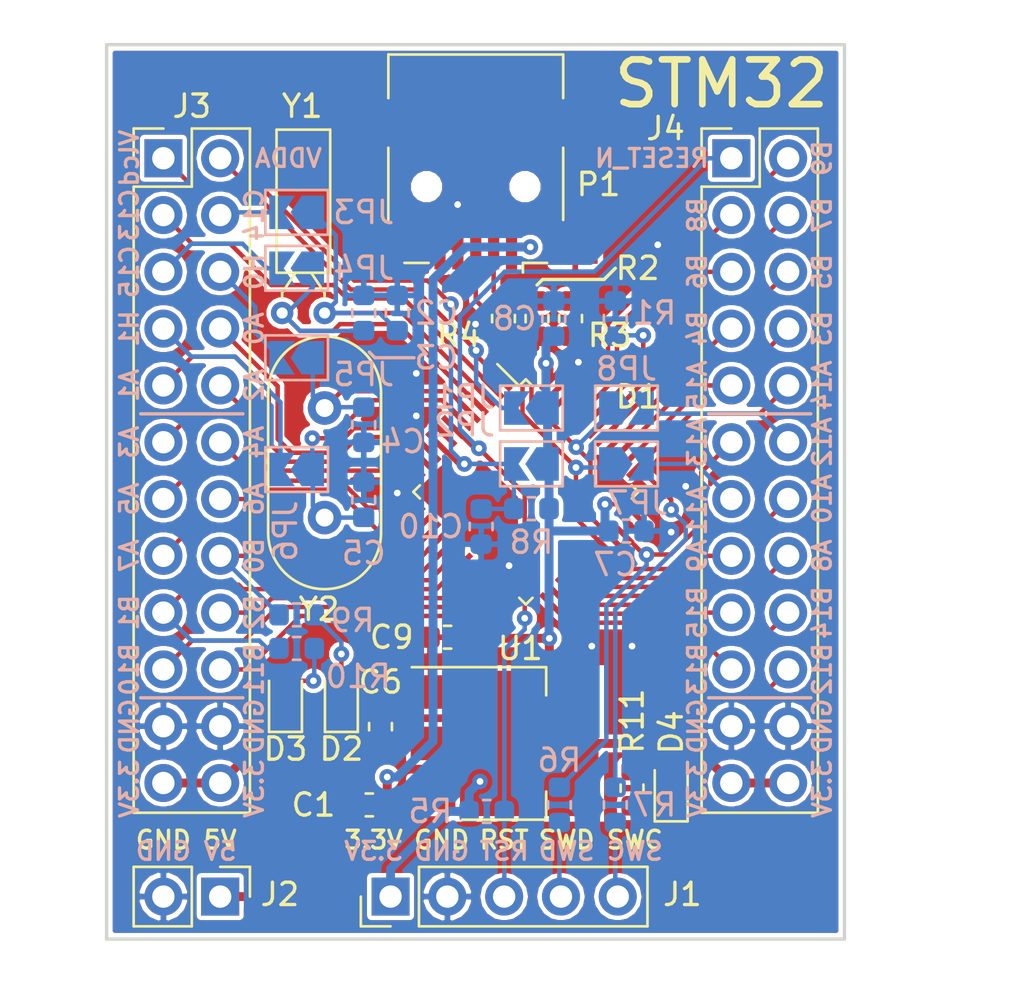
<source format=kicad_pcb>
(kicad_pcb (version 20171130) (host pcbnew 5.0.2+dfsg1-1)
  (layers (0 F.Cu signal) (31 B.Cu signal) (34 B.Paste user) (35 F.Paste user) (36 B.SilkS user) (37 F.SilkS user) (38 B.Mask user) (39 F.Mask user) (44 Edge.Cuts user))
  (net 0 "")
  (net 1 GND)
  (net 2 /osc32k_in)
  (net 3 /osc32k_out)
  (net 4 /osc_in)
  (net 5 /osc_out)
  (net 6 /3.3v)
  (net 7 /reset_n)
  (net 8 /usb-)
  (net 9 /usb+)
  (net 10 "Net-(D1-Pad44)")
  (net 11 "Net-(P1-Pad2)")
  (net 12 "Net-(P1-Pad3)")
  (net 13 /5v)
  (net 14 /vdda)
  (net 15 /vlcd)
  (net 16 /PC13)
  (net 17 /PA0)
  (net 18 /PA1)
  (net 19 /PA2)
  (net 20 /PA3)
  (net 21 /PA4)
  (net 22 /PA5)
  (net 23 /PA6)
  (net 24 /PA7)
  (net 25 /PB0)
  (net 26 /PB1)
  (net 27 /PB2)
  (net 28 /PB10)
  (net 29 /PB11)
  (net 30 /PB12)
  (net 31 /PB13)
  (net 32 /PB14)
  (net 33 /PB15)
  (net 34 /PA8)
  (net 35 /PA9)
  (net 36 /PA10)
  (net 37 /PA13)
  (net 38 /PA14)
  (net 39 /PA15)
  (net 40 /PB3)
  (net 41 /PB4)
  (net 42 /PB5)
  (net 43 /PB6)
  (net 44 /PB7)
  (net 45 /PB8)
  (net 46 /PB9)
  (net 47 "Net-(J1-Pad4)")
  (net 48 "Net-(J1-Pad5)")
  (net 49 /PH1)
  (net 50 /PH0)
  (net 51 /PC15)
  (net 52 /PC14)
  (net 53 /PA12)
  (net 54 /PA11)
  (net 55 "Net-(D2-Pad2)")
  (net 56 "Net-(D3-Pad2)")
  (net 57 "Net-(D4-Pad2)")
  (module Capacitor_SMD:C_0603_1608Metric (layer F.Cu) (at 33.75 74 180)
    (fp_text reference C1 (at 2.5 0 180) (layer F.SilkS))
    (fp_text value 0,1uF)
    (pad 1 smd roundrect (at -0.7875 0 180) (size 0.875 0.95) (layers F.Cu F.Paste F.Mask) (net 13 /5v))
    (pad 2 smd roundrect (at 0.7875 0 180) (size 0.875 0.95) (layers F.Cu F.Paste F.Mask) (net 1 GND))
  )
  (module Capacitor_SMD:C_0603_1608Metric (layer B.Cu) (at 35 52 90)
    (fp_text reference C2 (at 0 1.75 180) (layer B.SilkS) (effects (justify mirror)))
    (fp_text value nm)
    (pad 2 smd roundrect (at 0.7875 0 90) (size 0.875 0.95) (layers B.Cu B.Paste B.Mask) (net 1 GND))
    (pad 1 smd roundrect (at -0.7875 0 90) (size 0.875 0.95) (layers B.Cu B.Paste B.Mask) (net 2 /osc32k_in))
  )
  (module Capacitor_SMD:C_0603_1608Metric (layer B.Cu) (at 33.5 52 90)
    (fp_text reference C3 (at -2 3.25 180) (layer B.SilkS) (effects (justify mirror)))
    (fp_text value nm)
    (pad 1 smd roundrect (at -0.7875 0 90) (size 0.875 0.95) (layers B.Cu B.Paste B.Mask) (net 3 /osc32k_out))
    (pad 2 smd roundrect (at 0.7875 0 90) (size 0.875 0.95) (layers B.Cu B.Paste B.Mask) (net 1 GND))
  )
  (module Capacitor_SMD:C_0603_1608Metric (layer B.Cu) (at 33.5 57 270)
    (fp_text reference C4 (at 0.75 -1.75) (layer B.SilkS) (effects (justify mirror)))
    (fp_text value 20pF)
    (pad 1 smd roundrect (at -0.7875 0 270) (size 0.875 0.95) (layers B.Cu B.Paste B.Mask) (net 4 /osc_in))
    (pad 2 smd roundrect (at 0.7875 0 270) (size 0.875 0.95) (layers B.Cu B.Paste B.Mask) (net 1 GND))
  )
  (module Capacitor_SMD:C_0603_1608Metric (layer B.Cu) (at 33.5 60.35 90)
    (fp_text reference C5 (at -2.4 0 180) (layer B.SilkS) (effects (justify mirror)))
    (fp_text value 20pF)
    (pad 1 smd roundrect (at -0.7875 0 90) (size 0.875 0.95) (layers B.Cu B.Paste B.Mask) (net 5 /osc_out))
    (pad 2 smd roundrect (at 0.7875 0 90) (size 0.875 0.95) (layers B.Cu B.Paste B.Mask) (net 1 GND))
  )
  (module Capacitor_SMD:C_0603_1608Metric (layer F.Cu) (at 34.25 70.5 90)
    (fp_text reference C6 (at 2 0 180) (layer F.SilkS))
    (fp_text value 1uF)
    (pad 2 smd roundrect (at 0.7875 0 90) (size 0.875 0.95) (layers F.Cu F.Paste F.Mask) (net 1 GND))
    (pad 1 smd roundrect (at -0.7875 0 90) (size 0.875 0.95) (layers F.Cu F.Paste F.Mask) (net 6 /3.3v))
  )
  (module Capacitor_SMD:C_0603_1608Metric (layer B.Cu) (at 45.25 61.75)
    (fp_text reference C7 (at -0.5 1.5) (layer B.SilkS) (effects (justify mirror)))
    (fp_text value 0,1uF)
    (pad 2 smd roundrect (at 0.7875 0) (size 0.875 0.95) (layers B.Cu B.Paste B.Mask) (net 1 GND))
    (pad 1 smd roundrect (at -0.7875 0) (size 0.875 0.95) (layers B.Cu B.Paste B.Mask) (net 6 /3.3v))
  )
  (module Capacitor_SMD:C_0603_1608Metric (layer B.Cu) (at 42 52.25 90)
    (fp_text reference C8 (at 0 -1.75 180) (layer B.SilkS) (effects (justify mirror)))
    (fp_text value 0,1uF)
    (pad 1 smd roundrect (at -0.7875 0 90) (size 0.875 0.95) (layers B.Cu B.Paste B.Mask) (net 6 /3.3v))
    (pad 2 smd roundrect (at 0.7875 0 90) (size 0.875 0.95) (layers B.Cu B.Paste B.Mask) (net 1 GND))
  )
  (module Capacitor_SMD:C_0603_1608Metric (layer F.Cu) (at 37.25 66.5 180)
    (fp_text reference C9 (at 2.5 0 180) (layer F.SilkS))
    (fp_text value 0,1uF)
    (pad 2 smd roundrect (at 0.7875 0 180) (size 0.875 0.95) (layers F.Cu F.Paste F.Mask) (net 1 GND))
    (pad 1 smd roundrect (at -0.7875 0 180) (size 0.875 0.95) (layers F.Cu F.Paste F.Mask) (net 6 /3.3v))
  )
  (module Capacitor_SMD:C_0603_1608Metric (layer B.Cu) (at 38.75 61.55 270)
    (fp_text reference C10 (at 0 2.25) (layer B.SilkS) (effects (justify mirror)))
    (fp_text value 0,1uF)
    (pad 2 smd roundrect (at 0.7875 0 270) (size 0.875 0.95) (layers B.Cu B.Paste B.Mask) (net 1 GND))
    (pad 1 smd roundrect (at -0.7875 0 270) (size 0.875 0.95) (layers B.Cu B.Paste B.Mask) (net 14 /vdda))
  )
  (module Package_QFP:LQFP-48_7x7mm_P0.5mm (layer F.Cu) (at 40.75 60 315)
    (fp_text reference D1 (at 0.53033 -6.540738) (layer F.SilkS))
    (fp_text value stm32l151xCx)
    (pad 1 smd rect (at -4.35 -2.75 315) (size 1.3 0.25) (layers F.Cu F.Paste F.Mask) (net 15 /vlcd))
    (pad 2 smd rect (at -4.35 -2.25 315) (size 1.3 0.25) (layers F.Cu F.Paste F.Mask) (net 16 /PC13))
    (pad 3 smd rect (at -4.35 -1.749999 315) (size 1.3 0.25) (layers F.Cu F.Paste F.Mask) (net 2 /osc32k_in))
    (pad 4 smd rect (at -4.35 -1.25 315) (size 1.3 0.25) (layers F.Cu F.Paste F.Mask) (net 3 /osc32k_out))
    (pad 5 smd rect (at -4.35 -0.750001 315) (size 1.3 0.25) (layers F.Cu F.Paste F.Mask) (net 4 /osc_in))
    (pad 6 smd rect (at -4.35 -0.25 315) (size 1.3 0.25) (layers F.Cu F.Paste F.Mask) (net 5 /osc_out))
    (pad 7 smd rect (at -4.35 0.25 315) (size 1.3 0.25) (layers F.Cu F.Paste F.Mask) (net 7 /reset_n))
    (pad 8 smd rect (at -4.35 0.750001 315) (size 1.3 0.25) (layers F.Cu F.Paste F.Mask) (net 1 GND))
    (pad 9 smd rect (at -4.35 1.25 315) (size 1.3 0.25) (layers F.Cu F.Paste F.Mask) (net 14 /vdda))
    (pad 10 smd rect (at -4.35 1.749999 315) (size 1.3 0.25) (layers F.Cu F.Paste F.Mask) (net 17 /PA0))
    (pad 11 smd rect (at -4.35 2.25 315) (size 1.3 0.25) (layers F.Cu F.Paste F.Mask) (net 18 /PA1))
    (pad 12 smd rect (at -4.35 2.75 315) (size 1.3 0.25) (layers F.Cu F.Paste F.Mask) (net 19 /PA2))
    (pad 13 smd rect (at -2.75 4.35 45) (size 1.3 0.25) (layers F.Cu F.Paste F.Mask) (net 20 /PA3))
    (pad 14 smd rect (at -2.25 4.35 45) (size 1.3 0.25) (layers F.Cu F.Paste F.Mask) (net 21 /PA4))
    (pad 15 smd rect (at -1.749999 4.35 45) (size 1.3 0.25) (layers F.Cu F.Paste F.Mask) (net 22 /PA5))
    (pad 16 smd rect (at -1.25 4.35 45) (size 1.3 0.25) (layers F.Cu F.Paste F.Mask) (net 23 /PA6))
    (pad 17 smd rect (at -0.750001 4.35 45) (size 1.3 0.25) (layers F.Cu F.Paste F.Mask) (net 24 /PA7))
    (pad 18 smd rect (at -0.25 4.35 45) (size 1.3 0.25) (layers F.Cu F.Paste F.Mask) (net 25 /PB0))
    (pad 19 smd rect (at 0.25 4.35 45) (size 1.3 0.25) (layers F.Cu F.Paste F.Mask) (net 26 /PB1))
    (pad 20 smd rect (at 0.750001 4.35 45) (size 1.3 0.25) (layers F.Cu F.Paste F.Mask) (net 27 /PB2))
    (pad 21 smd rect (at 1.25 4.35 45) (size 1.3 0.25) (layers F.Cu F.Paste F.Mask) (net 28 /PB10))
    (pad 22 smd rect (at 1.749999 4.35 45) (size 1.3 0.25) (layers F.Cu F.Paste F.Mask) (net 29 /PB11))
    (pad 23 smd rect (at 2.25 4.35 45) (size 1.3 0.25) (layers F.Cu F.Paste F.Mask) (net 1 GND))
    (pad 24 smd rect (at 2.75 4.35 45) (size 1.3 0.25) (layers F.Cu F.Paste F.Mask) (net 6 /3.3v))
    (pad 25 smd rect (at 4.35 2.75 315) (size 1.3 0.25) (layers F.Cu F.Paste F.Mask) (net 30 /PB12))
    (pad 26 smd rect (at 4.35 2.25 315) (size 1.3 0.25) (layers F.Cu F.Paste F.Mask) (net 31 /PB13))
    (pad 27 smd rect (at 4.35 1.749999 315) (size 1.3 0.25) (layers F.Cu F.Paste F.Mask) (net 32 /PB14))
    (pad 28 smd rect (at 4.35 1.25 315) (size 1.3 0.25) (layers F.Cu F.Paste F.Mask) (net 33 /PB15))
    (pad 29 smd rect (at 4.35 0.750001 315) (size 1.3 0.25) (layers F.Cu F.Paste F.Mask) (net 34 /PA8))
    (pad 30 smd rect (at 4.35 0.25 315) (size 1.3 0.25) (layers F.Cu F.Paste F.Mask) (net 35 /PA9))
    (pad 31 smd rect (at 4.35 -0.25 315) (size 1.3 0.25) (layers F.Cu F.Paste F.Mask) (net 36 /PA10))
    (pad 32 smd rect (at 4.35 -0.750001 315) (size 1.3 0.25) (layers F.Cu F.Paste F.Mask) (net 8 /usb-))
    (pad 33 smd rect (at 4.35 -1.25 315) (size 1.3 0.25) (layers F.Cu F.Paste F.Mask) (net 9 /usb+))
    (pad 34 smd rect (at 4.35 -1.749999 315) (size 1.3 0.25) (layers F.Cu F.Paste F.Mask) (net 37 /PA13))
    (pad 35 smd rect (at 4.35 -2.25 315) (size 1.3 0.25) (layers F.Cu F.Paste F.Mask) (net 1 GND))
    (pad 36 smd rect (at 4.35 -2.75 315) (size 1.3 0.25) (layers F.Cu F.Paste F.Mask) (net 6 /3.3v))
    (pad 37 smd rect (at 2.75 -4.35 45) (size 1.3 0.25) (layers F.Cu F.Paste F.Mask) (net 38 /PA14))
    (pad 38 smd rect (at 2.25 -4.35 45) (size 1.3 0.25) (layers F.Cu F.Paste F.Mask) (net 39 /PA15))
    (pad 39 smd rect (at 1.749999 -4.35 45) (size 1.3 0.25) (layers F.Cu F.Paste F.Mask) (net 40 /PB3))
    (pad 40 smd rect (at 1.25 -4.35 45) (size 1.3 0.25) (layers F.Cu F.Paste F.Mask) (net 41 /PB4))
    (pad 41 smd rect (at 0.750001 -4.35 45) (size 1.3 0.25) (layers F.Cu F.Paste F.Mask) (net 42 /PB5))
    (pad 42 smd rect (at 0.25 -4.35 45) (size 1.3 0.25) (layers F.Cu F.Paste F.Mask) (net 43 /PB6))
    (pad 43 smd rect (at -0.25 -4.35 45) (size 1.3 0.25) (layers F.Cu F.Paste F.Mask) (net 44 /PB7))
    (pad 44 smd rect (at -0.750001 -4.35 45) (size 1.3 0.25) (layers F.Cu F.Paste F.Mask) (net 10 "Net-(D1-Pad44)"))
    (pad 45 smd rect (at -1.25 -4.35 45) (size 1.3 0.25) (layers F.Cu F.Paste F.Mask) (net 45 /PB8))
    (pad 46 smd rect (at -1.749999 -4.35 45) (size 1.3 0.25) (layers F.Cu F.Paste F.Mask) (net 46 /PB9))
    (pad 47 smd rect (at -2.25 -4.35 45) (size 1.3 0.25) (layers F.Cu F.Paste F.Mask) (net 1 GND))
    (pad 48 smd rect (at -2.75 -4.35 45) (size 1.3 0.25) (layers F.Cu F.Paste F.Mask) (net 6 /3.3v))
  )
  (module Connector_PinHeader_2.54mm:PinHeader_1x05_P2.54mm_Vertical (layer F.Cu) (at 34.7 78.1 90)
    (fp_text reference J1 (at 0.1 13.05 180) (layer F.SilkS))
    (fp_text value swd)
    (pad 1 thru_hole rect (at 0 0 90) (size 1.7 1.7) (drill 1) (layers *.Cu *.Mask) (net 6 /3.3v))
    (pad 2 thru_hole oval (at 0 2.54 90) (size 1.7 1.7) (drill 1) (layers *.Cu *.Mask) (net 1 GND))
    (pad 3 thru_hole oval (at 0 5.08 90) (size 1.7 1.7) (drill 1) (layers *.Cu *.Mask) (net 7 /reset_n))
    (pad 4 thru_hole oval (at 0 7.62 90) (size 1.7 1.7) (drill 1) (layers *.Cu *.Mask) (net 47 "Net-(J1-Pad4)"))
    (pad 5 thru_hole oval (at 0 10.16 90) (size 1.7 1.7) (drill 1) (layers *.Cu *.Mask) (net 48 "Net-(J1-Pad5)"))
  )
  (module Connector_PinHeader_2.54mm:PinHeader_1x02_P2.54mm_Vertical (layer F.Cu) (at 27.08 78.1 270)
    (fp_text reference J2 (at -0.1 -2.67) (layer F.SilkS))
    (fp_text value b)
    (pad 1 thru_hole rect (at 0 0 270) (size 1.7 1.7) (drill 1) (layers *.Cu *.Mask) (net 13 /5v))
    (pad 2 thru_hole oval (at 0 2.54 270) (size 1.7 1.7) (drill 1) (layers *.Cu *.Mask) (net 1 GND))
  )
  (module Connector_PinHeader_2.54mm:PinHeader_2x12_P2.54mm_Vertical (layer F.Cu) (at 24.54 45.08)
    (fp_text reference J3 (at 1.27 -2.33) (layer F.SilkS))
    (fp_text value Conn_02x12_Odd_Even)
    (pad 24 thru_hole oval (at 2.54 27.94) (size 1.7 1.7) (drill 1) (layers *.Cu *.Mask) (net 6 /3.3v))
    (pad 23 thru_hole oval (at 0 27.94) (size 1.7 1.7) (drill 1) (layers *.Cu *.Mask) (net 6 /3.3v))
    (pad 22 thru_hole oval (at 2.54 25.4) (size 1.7 1.7) (drill 1) (layers *.Cu *.Mask) (net 1 GND))
    (pad 21 thru_hole oval (at 0 25.4) (size 1.7 1.7) (drill 1) (layers *.Cu *.Mask) (net 1 GND))
    (pad 20 thru_hole oval (at 2.54 22.86) (size 1.7 1.7) (drill 1) (layers *.Cu *.Mask) (net 29 /PB11))
    (pad 19 thru_hole oval (at 0 22.86) (size 1.7 1.7) (drill 1) (layers *.Cu *.Mask) (net 28 /PB10))
    (pad 18 thru_hole oval (at 2.54 20.32) (size 1.7 1.7) (drill 1) (layers *.Cu *.Mask) (net 27 /PB2))
    (pad 17 thru_hole oval (at 0 20.32) (size 1.7 1.7) (drill 1) (layers *.Cu *.Mask) (net 26 /PB1))
    (pad 16 thru_hole oval (at 2.54 17.78) (size 1.7 1.7) (drill 1) (layers *.Cu *.Mask) (net 25 /PB0))
    (pad 15 thru_hole oval (at 0 17.78) (size 1.7 1.7) (drill 1) (layers *.Cu *.Mask) (net 24 /PA7))
    (pad 14 thru_hole oval (at 2.54 15.24) (size 1.7 1.7) (drill 1) (layers *.Cu *.Mask) (net 23 /PA6))
    (pad 13 thru_hole oval (at 0 15.24) (size 1.7 1.7) (drill 1) (layers *.Cu *.Mask) (net 22 /PA5))
    (pad 12 thru_hole oval (at 2.54 12.7) (size 1.7 1.7) (drill 1) (layers *.Cu *.Mask) (net 21 /PA4))
    (pad 11 thru_hole oval (at 0 12.7) (size 1.7 1.7) (drill 1) (layers *.Cu *.Mask) (net 20 /PA3))
    (pad 10 thru_hole oval (at 2.54 10.16) (size 1.7 1.7) (drill 1) (layers *.Cu *.Mask) (net 19 /PA2))
    (pad 9 thru_hole oval (at 0 10.16) (size 1.7 1.7) (drill 1) (layers *.Cu *.Mask) (net 18 /PA1))
    (pad 8 thru_hole oval (at 2.54 7.62) (size 1.7 1.7) (drill 1) (layers *.Cu *.Mask) (net 17 /PA0))
    (pad 7 thru_hole oval (at 0 7.62) (size 1.7 1.7) (drill 1) (layers *.Cu *.Mask) (net 49 /PH1))
    (pad 6 thru_hole oval (at 2.54 5.08) (size 1.7 1.7) (drill 1) (layers *.Cu *.Mask) (net 50 /PH0))
    (pad 5 thru_hole oval (at 0 5.08) (size 1.7 1.7) (drill 1) (layers *.Cu *.Mask) (net 51 /PC15))
    (pad 4 thru_hole oval (at 2.54 2.54) (size 1.7 1.7) (drill 1) (layers *.Cu *.Mask) (net 52 /PC14))
    (pad 3 thru_hole oval (at 0 2.54) (size 1.7 1.7) (drill 1) (layers *.Cu *.Mask) (net 16 /PC13))
    (pad 2 thru_hole oval (at 2.54 0) (size 1.7 1.7) (drill 1) (layers *.Cu *.Mask) (net 14 /vdda))
    (pad 1 thru_hole rect (at 0 0) (size 1.7 1.7) (drill 1) (layers *.Cu *.Mask) (net 15 /vlcd))
  )
  (module Connector_PinHeader_2.54mm:PinHeader_2x12_P2.54mm_Vertical (layer F.Cu) (at 49.94 45.08)
    (fp_text reference J4 (at -2.94 -1.33) (layer F.SilkS))
    (fp_text value Conn_02x12_Odd_Even)
    (pad 1 thru_hole rect (at 0 0) (size 1.7 1.7) (drill 1) (layers *.Cu *.Mask) (net 7 /reset_n))
    (pad 2 thru_hole oval (at 2.54 0) (size 1.7 1.7) (drill 1) (layers *.Cu *.Mask) (net 46 /PB9))
    (pad 3 thru_hole oval (at 0 2.54) (size 1.7 1.7) (drill 1) (layers *.Cu *.Mask) (net 45 /PB8))
    (pad 4 thru_hole oval (at 2.54 2.54) (size 1.7 1.7) (drill 1) (layers *.Cu *.Mask) (net 44 /PB7))
    (pad 5 thru_hole oval (at 0 5.08) (size 1.7 1.7) (drill 1) (layers *.Cu *.Mask) (net 43 /PB6))
    (pad 6 thru_hole oval (at 2.54 5.08) (size 1.7 1.7) (drill 1) (layers *.Cu *.Mask) (net 42 /PB5))
    (pad 7 thru_hole oval (at 0 7.62) (size 1.7 1.7) (drill 1) (layers *.Cu *.Mask) (net 41 /PB4))
    (pad 8 thru_hole oval (at 2.54 7.62) (size 1.7 1.7) (drill 1) (layers *.Cu *.Mask) (net 40 /PB3))
    (pad 9 thru_hole oval (at 0 10.16) (size 1.7 1.7) (drill 1) (layers *.Cu *.Mask) (net 39 /PA15))
    (pad 10 thru_hole oval (at 2.54 10.16) (size 1.7 1.7) (drill 1) (layers *.Cu *.Mask) (net 38 /PA14))
    (pad 11 thru_hole oval (at 0 12.7) (size 1.7 1.7) (drill 1) (layers *.Cu *.Mask) (net 37 /PA13))
    (pad 12 thru_hole oval (at 2.54 12.7) (size 1.7 1.7) (drill 1) (layers *.Cu *.Mask) (net 53 /PA12))
    (pad 13 thru_hole oval (at 0 15.24) (size 1.7 1.7) (drill 1) (layers *.Cu *.Mask) (net 54 /PA11))
    (pad 14 thru_hole oval (at 2.54 15.24) (size 1.7 1.7) (drill 1) (layers *.Cu *.Mask) (net 36 /PA10))
    (pad 15 thru_hole oval (at 0 17.78) (size 1.7 1.7) (drill 1) (layers *.Cu *.Mask) (net 35 /PA9))
    (pad 16 thru_hole oval (at 2.54 17.78) (size 1.7 1.7) (drill 1) (layers *.Cu *.Mask) (net 34 /PA8))
    (pad 17 thru_hole oval (at 0 20.32) (size 1.7 1.7) (drill 1) (layers *.Cu *.Mask) (net 33 /PB15))
    (pad 18 thru_hole oval (at 2.54 20.32) (size 1.7 1.7) (drill 1) (layers *.Cu *.Mask) (net 32 /PB14))
    (pad 19 thru_hole oval (at 0 22.86) (size 1.7 1.7) (drill 1) (layers *.Cu *.Mask) (net 31 /PB13))
    (pad 20 thru_hole oval (at 2.54 22.86) (size 1.7 1.7) (drill 1) (layers *.Cu *.Mask) (net 30 /PB12))
    (pad 21 thru_hole oval (at 0 25.4) (size 1.7 1.7) (drill 1) (layers *.Cu *.Mask) (net 1 GND))
    (pad 22 thru_hole oval (at 2.54 25.4) (size 1.7 1.7) (drill 1) (layers *.Cu *.Mask) (net 1 GND))
    (pad 23 thru_hole oval (at 0 27.94) (size 1.7 1.7) (drill 1) (layers *.Cu *.Mask) (net 6 /3.3v))
    (pad 24 thru_hole oval (at 2.54 27.94) (size 1.7 1.7) (drill 1) (layers *.Cu *.Mask) (net 6 /3.3v))
  )
  (module Jumper:SolderJumper-2_P1.3mm_Open_TrianglePad1.0x1.5mm (layer B.Cu) (at 41 56.25 180)
    (fp_text reference JP1 (at 3 0.5 180) (layer B.SilkS) (effects (justify mirror)))
    (fp_text value jmp)
    (pad 2 smd custom (at 0.725 0 180) (size 0.3 0.3) (layers B.Cu B.Mask) (net 15 /vlcd) (options (clearance outline) (anchor rect)) (primitives (gr_poly (pts (xy -0.65 0.75) (xy 0.5 0.75) (xy 0.5 -0.75) (xy -0.65 -0.75) (xy -0.15 0)) (width 0))))
    (pad 1 smd custom (at -0.725 0 180) (size 0.3 0.3) (layers B.Cu B.Mask) (net 6 /3.3v) (options (clearance outline) (anchor rect)) (primitives (gr_poly (pts (xy -0.5 0.75) (xy 0.5 0.75) (xy 1 0) (xy 0.5 -0.75) (xy -0.5 -0.75)) (width 0))))
  )
  (module Jumper:SolderJumper-2_P1.3mm_Open_TrianglePad1.0x1.5mm (layer B.Cu) (at 41 58.75 180)
    (fp_text reference JP2 (at 3 1.75 180) (layer B.SilkS) (effects (justify mirror)))
    (fp_text value jmp)
    (pad 1 smd custom (at -0.725 0 180) (size 0.3 0.3) (layers B.Cu B.Mask) (net 6 /3.3v) (options (clearance outline) (anchor rect)) (primitives (gr_poly (pts (xy -0.5 0.75) (xy 0.5 0.75) (xy 1 0) (xy 0.5 -0.75) (xy -0.5 -0.75)) (width 0))))
    (pad 2 smd custom (at 0.725 0 180) (size 0.3 0.3) (layers B.Cu B.Mask) (net 14 /vdda) (options (clearance outline) (anchor rect)) (primitives (gr_poly (pts (xy -0.65 0.75) (xy 0.5 0.75) (xy 0.5 -0.75) (xy -0.65 -0.75) (xy -0.15 0)) (width 0))))
  )
  (module Jumper:SolderJumper-2_P1.3mm_Open_TrianglePad1.0x1.5mm (layer B.Cu) (at 30.5 47.5 180)
    (fp_text reference JP3 (at -3 0 180) (layer B.SilkS) (effects (justify mirror)))
    (fp_text value jmp)
    (pad 1 smd custom (at -0.725 0 180) (size 0.3 0.3) (layers B.Cu B.Mask) (net 2 /osc32k_in) (options (clearance outline) (anchor rect)) (primitives (gr_poly (pts (xy -0.5 0.75) (xy 0.5 0.75) (xy 1 0) (xy 0.5 -0.75) (xy -0.5 -0.75)) (width 0))))
    (pad 2 smd custom (at 0.725 0 180) (size 0.3 0.3) (layers B.Cu B.Mask) (net 52 /PC14) (options (clearance outline) (anchor rect)) (primitives (gr_poly (pts (xy -0.65 0.75) (xy 0.5 0.75) (xy 0.5 -0.75) (xy -0.65 -0.75) (xy -0.15 0)) (width 0))))
  )
  (module Jumper:SolderJumper-2_P1.3mm_Open_TrianglePad1.0x1.5mm (layer B.Cu) (at 30.5 50 180)
    (fp_text reference JP4 (at -3 0 180) (layer B.SilkS) (effects (justify mirror)))
    (fp_text value jmp)
    (pad 2 smd custom (at 0.725 0 180) (size 0.3 0.3) (layers B.Cu B.Mask) (net 51 /PC15) (options (clearance outline) (anchor rect)) (primitives (gr_poly (pts (xy -0.65 0.75) (xy 0.5 0.75) (xy 0.5 -0.75) (xy -0.65 -0.75) (xy -0.15 0)) (width 0))))
    (pad 1 smd custom (at -0.725 0 180) (size 0.3 0.3) (layers B.Cu B.Mask) (net 3 /osc32k_out) (options (clearance outline) (anchor rect)) (primitives (gr_poly (pts (xy -0.5 0.75) (xy 0.5 0.75) (xy 1 0) (xy 0.5 -0.75) (xy -0.5 -0.75)) (width 0))))
  )
  (module Jumper:SolderJumper-2_P1.3mm_Open_TrianglePad1.0x1.5mm (layer B.Cu) (at 30.5 54 180)
    (fp_text reference JP5 (at -3 -0.75 180) (layer B.SilkS) (effects (justify mirror)))
    (fp_text value jmp)
    (pad 1 smd custom (at -0.725 0 180) (size 0.3 0.3) (layers B.Cu B.Mask) (net 4 /osc_in) (options (clearance outline) (anchor rect)) (primitives (gr_poly (pts (xy -0.5 0.75) (xy 0.5 0.75) (xy 1 0) (xy 0.5 -0.75) (xy -0.5 -0.75)) (width 0))))
    (pad 2 smd custom (at 0.725 0 180) (size 0.3 0.3) (layers B.Cu B.Mask) (net 50 /PH0) (options (clearance outline) (anchor rect)) (primitives (gr_poly (pts (xy -0.65 0.75) (xy 0.5 0.75) (xy 0.5 -0.75) (xy -0.65 -0.75) (xy -0.15 0)) (width 0))))
  )
  (module Jumper:SolderJumper-2_P1.3mm_Open_TrianglePad1.0x1.5mm (layer B.Cu) (at 30.5 59 180)
    (fp_text reference JP6 (at 0.5 -2.75 270) (layer B.SilkS) (effects (justify mirror)))
    (fp_text value jmp)
    (pad 2 smd custom (at 0.725 0 180) (size 0.3 0.3) (layers B.Cu B.Mask) (net 49 /PH1) (options (clearance outline) (anchor rect)) (primitives (gr_poly (pts (xy -0.65 0.75) (xy 0.5 0.75) (xy 0.5 -0.75) (xy -0.65 -0.75) (xy -0.15 0)) (width 0))))
    (pad 1 smd custom (at -0.725 0 180) (size 0.3 0.3) (layers B.Cu B.Mask) (net 5 /osc_out) (options (clearance outline) (anchor rect)) (primitives (gr_poly (pts (xy -0.5 0.75) (xy 0.5 0.75) (xy 1 0) (xy 0.5 -0.75) (xy -0.5 -0.75)) (width 0))))
  )
  (module Jumper:SolderJumper-2_P1.3mm_Open_TrianglePad1.0x1.5mm (layer B.Cu) (at 45.25 58.75)
    (fp_text reference JP7 (at 0.5 1.75) (layer B.SilkS) (effects (justify mirror)))
    (fp_text value jmp)
    (pad 1 smd custom (at -0.725 0) (size 0.3 0.3) (layers B.Cu B.Mask) (net 8 /usb-) (options (clearance outline) (anchor rect)) (primitives (gr_poly (pts (xy -0.5 0.75) (xy 0.5 0.75) (xy 1 0) (xy 0.5 -0.75) (xy -0.5 -0.75)) (width 0))))
    (pad 2 smd custom (at 0.725 0) (size 0.3 0.3) (layers B.Cu B.Mask) (net 54 /PA11) (options (clearance outline) (anchor rect)) (primitives (gr_poly (pts (xy -0.65 0.75) (xy 0.5 0.75) (xy 0.5 -0.75) (xy -0.65 -0.75) (xy -0.15 0)) (width 0))))
  )
  (module Jumper:SolderJumper-2_P1.3mm_Open_TrianglePad1.0x1.5mm (layer B.Cu) (at 45.25 56.25)
    (fp_text reference JP8 (at 0 -1.75) (layer B.SilkS) (effects (justify mirror)))
    (fp_text value jmp)
    (pad 2 smd custom (at 0.725 0) (size 0.3 0.3) (layers B.Cu B.Mask) (net 53 /PA12) (options (clearance outline) (anchor rect)) (primitives (gr_poly (pts (xy -0.65 0.75) (xy 0.5 0.75) (xy 0.5 -0.75) (xy -0.65 -0.75) (xy -0.15 0)) (width 0))))
    (pad 1 smd custom (at -0.725 0) (size 0.3 0.3) (layers B.Cu B.Mask) (net 9 /usb+) (options (clearance outline) (anchor rect)) (primitives (gr_poly (pts (xy -0.5 0.75) (xy 0.5 0.75) (xy 1 0) (xy 0.5 -0.75) (xy -0.5 -0.75)) (width 0))))
  )
  (module Connector_USB:USB_Mini-B_Lumberg_2486_01_Horizontal (layer F.Cu) (at 38.51 46.35 180)
    (fp_text reference P1 (at -5.49 0.1 180) (layer F.SilkS))
    (fp_text value USB_OTG)
    (pad 1 smd rect (at -1.6 -2.7 180) (size 0.5 2) (layers F.Cu F.Paste F.Mask) (net 13 /5v))
    (pad 2 smd rect (at -0.8 -2.7 180) (size 0.5 2) (layers F.Cu F.Paste F.Mask) (net 11 "Net-(P1-Pad2)"))
    (pad 3 smd rect (at 0 -2.7 180) (size 0.5 2) (layers F.Cu F.Paste F.Mask) (net 12 "Net-(P1-Pad3)"))
    (pad 4 smd rect (at 0.8 -2.7 180) (size 0.5 2) (layers F.Cu F.Paste F.Mask) (net 1 GND))
    (pad 5 smd rect (at 1.6 -2.7 180) (size 0.5 2) (layers F.Cu F.Paste F.Mask) (net 1 GND))
    (pad 6 smd rect (at -4.45 -2.6 180) (size 2 1.7) (layers F.Cu F.Paste F.Mask) (net 1 GND))
    (pad 6 smd rect (at -4.45 2.85 180) (size 2 1.7) (layers F.Cu F.Paste F.Mask) (net 1 GND))
    (pad 6 smd rect (at 4.45 -2.6 180) (size 2 1.7) (layers F.Cu F.Paste F.Mask) (net 1 GND))
    (pad 6 smd rect (at 4.45 2.85 180) (size 2 1.7) (layers F.Cu F.Paste F.Mask) (net 1 GND))
    (pad "" np_thru_hole circle (at -2.2 0 180) (size 1 1) (drill 1) (layers *.Cu *.Mask))
    (pad "" np_thru_hole circle (at 2.2 0 180) (size 1 1) (drill 1) (layers *.Cu *.Mask))
  )
  (module Resistor_SMD:R_0603_1608Metric (layer B.Cu) (at 44.75 52.25 270)
    (fp_text reference R1 (at -0.25 -1.75) (layer B.SilkS) (effects (justify mirror)))
    (fp_text value 100k)
    (pad 1 smd roundrect (at -0.7875 0 270) (size 0.875 0.95) (layers B.Cu B.Paste B.Mask) (net 1 GND))
    (pad 2 smd roundrect (at 0.7875 0 270) (size 0.875 0.95) (layers B.Cu B.Paste B.Mask) (net 10 "Net-(D1-Pad44)"))
  )
  (module Resistor_SMD:R_0603_1608Metric (layer F.Cu) (at 41.25 52.25 90)
    (fp_text reference R2 (at 2.25 4.5 180) (layer F.SilkS))
    (fp_text value 22)
    (pad 2 smd roundrect (at 0.7875 0 90) (size 0.875 0.95) (layers F.Cu F.Paste F.Mask) (net 12 "Net-(P1-Pad3)"))
    (pad 1 smd roundrect (at -0.7875 0 90) (size 0.875 0.95) (layers F.Cu F.Paste F.Mask) (net 9 /usb+))
  )
  (module Resistor_SMD:R_0603_1608Metric (layer F.Cu) (at 42.75 52.25 90)
    (fp_text reference R3 (at -0.75 1.75 180) (layer F.SilkS))
    (fp_text value 1,5k)
    (pad 1 smd roundrect (at -0.7875 0 90) (size 0.875 0.95) (layers F.Cu F.Paste F.Mask) (net 46 /PB9))
    (pad 2 smd roundrect (at 0.7875 0 90) (size 0.875 0.95) (layers F.Cu F.Paste F.Mask) (net 12 "Net-(P1-Pad3)"))
  )
  (module Resistor_SMD:R_0603_1608Metric (layer F.Cu) (at 39.75 52.25 90)
    (fp_text reference R4 (at -0.75 -2 180) (layer F.SilkS))
    (fp_text value 22)
    (pad 1 smd roundrect (at -0.7875 0 90) (size 0.875 0.95) (layers F.Cu F.Paste F.Mask) (net 8 /usb-))
    (pad 2 smd roundrect (at 0.7875 0 90) (size 0.875 0.95) (layers F.Cu F.Paste F.Mask) (net 11 "Net-(P1-Pad2)"))
  )
  (module Resistor_SMD:R_0603_1608Metric (layer B.Cu) (at 39 74.29 180)
    (fp_text reference R5 (at 2.522 0 180) (layer B.SilkS) (effects (justify mirror)))
    (fp_text value 100k)
    (pad 1 smd roundrect (at -0.7875 0 180) (size 0.875 0.95) (layers B.Cu B.Paste B.Mask) (net 7 /reset_n))
    (pad 2 smd roundrect (at 0.7875 0 180) (size 0.875 0.95) (layers B.Cu B.Paste B.Mask) (net 6 /3.3v))
  )
  (module Resistor_SMD:R_0603_1608Metric (layer B.Cu) (at 42.25 74 270)
    (fp_text reference R6 (at -2 0) (layer B.SilkS) (effects (justify mirror)))
    (fp_text value 100)
    (pad 2 smd roundrect (at 0.7875 0 270) (size 0.875 0.95) (layers B.Cu B.Paste B.Mask) (net 47 "Net-(J1-Pad4)"))
    (pad 1 smd roundrect (at -0.7875 0 270) (size 0.875 0.95) (layers B.Cu B.Paste B.Mask) (net 37 /PA13))
  )
  (module Resistor_SMD:R_0603_1608Metric (layer B.Cu) (at 44.75 74 270)
    (fp_text reference R7 (at 0 -1.75) (layer B.SilkS) (effects (justify mirror)))
    (fp_text value 100)
    (pad 2 smd roundrect (at 0.7875 0 270) (size 0.875 0.95) (layers B.Cu B.Paste B.Mask) (net 48 "Net-(J1-Pad5)"))
    (pad 1 smd roundrect (at -0.7875 0 270) (size 0.875 0.95) (layers B.Cu B.Paste B.Mask) (net 38 /PA14))
  )
  (module Resistor_SMD:R_0603_1608Metric (layer B.Cu) (at 41 60.75 180)
    (fp_text reference R8 (at 0 -1.5 180) (layer B.SilkS) (effects (justify mirror)))
    (fp_text value 100)
    (pad 2 smd roundrect (at 0.7875 0 180) (size 0.875 0.95) (layers B.Cu B.Paste B.Mask) (net 14 /vdda))
    (pad 1 smd roundrect (at -0.7875 0 180) (size 0.875 0.95) (layers B.Cu B.Paste B.Mask) (net 6 /3.3v))
  )
  (module Package_TO_SOT_SMD:SOT-223-3_TabPin2 (layer F.Cu) (at 39.75 71.25)
    (fp_text reference U1 (at 0.75 -4.25 180) (layer F.SilkS))
    (fp_text value AP1117-33)
    (pad 2 smd rect (at 3.15 0) (size 2 3.8) (layers F.Cu F.Paste F.Mask) (net 6 /3.3v))
    (pad 2 smd rect (at -3.15 0) (size 2 1.5) (layers F.Cu F.Paste F.Mask) (net 6 /3.3v))
    (pad 3 smd rect (at -3.15 2.3) (size 2 1.5) (layers F.Cu F.Paste F.Mask) (net 13 /5v))
    (pad 1 smd rect (at -3.15 -2.3) (size 2 1.5) (layers F.Cu F.Paste F.Mask) (net 1 GND))
  )
  (module Crystal:Crystal_DS26_D2.0mm_L6.0mm_Horizontal (layer F.Cu) (at 31.75 52 180)
    (fp_text reference Y1 (at 1 9.25) (layer F.SilkS))
    (fp_text value 32.768kHz)
    (pad 1 thru_hole circle (at 0 0 180) (size 1 1) (drill 0.5) (layers *.Cu *.Mask) (net 2 /osc32k_in))
    (pad 2 thru_hole circle (at 1.9 0 180) (size 1 1) (drill 0.5) (layers *.Cu *.Mask) (net 3 /osc32k_out))
  )
  (module Crystal:Crystal_HC18-U_Vertical (layer F.Cu) (at 31.75 56.25 270)
    (fp_text reference Y2 (at 9 0.25) (layer F.SilkS))
    (fp_text value 16MHz)
    (pad 1 thru_hole circle (at 0 0 270) (size 1.5 1.5) (drill 0.8) (layers *.Cu *.Mask) (net 4 /osc_in))
    (pad 2 thru_hole circle (at 4.9 0 270) (size 1.5 1.5) (drill 0.8) (layers *.Cu *.Mask) (net 5 /osc_out))
  )
  (module LED_SMD:LED_0603_1608Metric (layer F.Cu) (at 32.5 69.25 90)
    (fp_text reference D2 (at -2.25 0 180) (layer F.SilkS))
    (fp_text value LED)
    (pad 2 smd roundrect (at 0.7875 0 90) (size 0.875 0.95) (layers F.Cu F.Paste F.Mask) (net 55 "Net-(D2-Pad2)"))
    (pad 1 smd roundrect (at -0.7875 0 90) (size 0.875 0.95) (layers F.Cu F.Paste F.Mask) (net 1 GND))
  )
  (module LED_SMD:LED_0603_1608Metric (layer F.Cu) (at 30 69.25 90)
    (fp_text reference D3 (at -2.25 0 180) (layer F.SilkS))
    (fp_text value LED)
    (pad 1 smd roundrect (at -0.7875 0 90) (size 0.875 0.95) (layers F.Cu F.Paste F.Mask) (net 1 GND))
    (pad 2 smd roundrect (at 0.7875 0 90) (size 0.875 0.95) (layers F.Cu F.Paste F.Mask) (net 56 "Net-(D3-Pad2)"))
  )
  (module LED_SMD:LED_0603_1608Metric (layer F.Cu) (at 47.25 73.25 90)
    (fp_text reference D4 (at 2.5 0 90) (layer F.SilkS))
    (fp_text value LED)
    (pad 1 smd roundrect (at -0.7875 0 90) (size 0.875 0.95) (layers F.Cu F.Paste F.Mask) (net 1 GND))
    (pad 2 smd roundrect (at 0.7875 0 90) (size 0.875 0.95) (layers F.Cu F.Paste F.Mask) (net 57 "Net-(D4-Pad2)"))
  )
  (module Resistor_SMD:R_0603_1608Metric (layer B.Cu) (at 30.5 65.5)
    (fp_text reference R9 (at 2.5 0.25) (layer B.SilkS) (effects (justify mirror)))
    (fp_text value 510)
    (pad 1 smd roundrect (at -0.7875 0) (size 0.875 0.95) (layers B.Cu B.Paste B.Mask) (net 25 /PB0))
    (pad 2 smd roundrect (at 0.7875 0) (size 0.875 0.95) (layers B.Cu B.Paste B.Mask) (net 55 "Net-(D2-Pad2)"))
  )
  (module Resistor_SMD:R_0603_1608Metric (layer B.Cu) (at 30.5 67)
    (fp_text reference R10 (at 2.75 1.25) (layer B.SilkS) (effects (justify mirror)))
    (fp_text value 510)
    (pad 2 smd roundrect (at 0.7875 0) (size 0.875 0.95) (layers B.Cu B.Paste B.Mask) (net 56 "Net-(D3-Pad2)"))
    (pad 1 smd roundrect (at -0.7875 0) (size 0.875 0.95) (layers B.Cu B.Paste B.Mask) (net 26 /PB1))
  )
  (module Resistor_SMD:R_0603_1608Metric (layer F.Cu) (at 45.5 73.25 270)
    (fp_text reference R11 (at -3 0 270) (layer F.SilkS))
    (fp_text value 510)
    (pad 1 smd roundrect (at -0.7875 0 270) (size 0.875 0.95) (layers F.Cu F.Paste F.Mask) (net 6 /3.3v))
    (pad 2 smd roundrect (at 0.7875 0 270) (size 0.875 0.95) (layers F.Cu F.Paste F.Mask) (net 57 "Net-(D4-Pad2)"))
  )
  (gr_text STM32 (at 49.5 41.75) (layer F.SilkS) (effects (font (size 2 2) (thickness 0.3))))
  (gr_text SWC (at 45.622 75.568) (layer F.SilkS) (effects (font (size 0.8 0.8))))
  (gr_text SWD (at 42.574 75.568) (layer F.SilkS) (effects (font (size 0.8 0.8))))
  (gr_text RST (at 39.78 75.568) (layer F.SilkS) (effects (font (size 0.8 0.8))))
  (gr_text GND (at 36.986 75.568) (layer F.SilkS) (effects (font (size 0.8 0.8))))
  (gr_text 3.3V (at 33.938 75.568) (layer F.SilkS) (effects (font (size 0.8 0.8))))
  (gr_text 5V (at 27.08 75.568) (layer F.SilkS) (effects (font (size 0.8 0.8))))
  (gr_text GND (at 24.54 75.568) (layer F.SilkS) (effects (font (size 0.8 0.8))))
  (gr_text SWC (at 45.622 76.068) (layer B.SilkS) (effects (font (size 0.8 0.8)) (justify mirror)))
  (gr_text SWD (at 42.574 76.068) (layer B.SilkS) (effects (font (size 0.8 0.8)) (justify mirror)))
  (gr_text RST (at 39.78 76.068) (layer B.SilkS) (effects (font (size 0.8 0.8)) (justify mirror)))
  (gr_text GND (at 36.986 76.068) (layer B.SilkS) (effects (font (size 0.8 0.8)) (justify mirror)))
  (gr_text 3.3V (at 33.938 76.068) (layer B.SilkS) (effects (font (size 0.8 0.8)) (justify mirror)))
  (gr_text 5V (at 27.08 76.068) (layer B.SilkS) (effects (font (size 0.8 0.8)) (justify mirror)))
  (gr_text GND (at 24.54 76.068) (layer B.SilkS) (effects (font (size 0.8 0.8)) (justify mirror)))
  (gr_line (start 48.924 69.21) (end 53.496 69.21) (layer B.SilkS) (width 0.15))
  (gr_line (start 48.924 56.51) (end 53.496 56.51) (layer B.SilkS) (width 0.15))
  (gr_line (start 23.524 69.21) (end 28.096 69.21) (layer B.SilkS) (width 0.15))
  (gr_line (start 23.524 56.51) (end 28.096 56.51) (layer B.SilkS) (width 0.15))
  (gr_text GND (at 54.004 70.48 90) (layer B.SilkS) (effects (font (size 0.8 0.8)) (justify mirror)))
  (gr_text GND (at 48.416 70.48 90) (layer B.SilkS) (effects (font (size 0.8 0.8)) (justify mirror)))
  (gr_text 3.3V (at 48.416 73.274 90) (layer B.SilkS) (effects (font (size 0.8 0.8)) (justify mirror)))
  (gr_text 3.3V (at 54.004 73.274 90) (layer B.SilkS) (effects (font (size 0.8 0.8)) (justify mirror)))
  (gr_text GND (at 28.604 70.48 90) (layer B.SilkS) (effects (font (size 0.8 0.8)) (justify mirror)))
  (gr_text 3.3V (at 28.604 73.274 90) (layer B.SilkS) (effects (font (size 0.8 0.8)) (justify mirror)))
  (gr_line (start 22 40) (end 22 80) (layer Edge.Cuts) (width 0.15))
  (gr_line (start 55 40) (end 22 40) (layer Edge.Cuts) (width 0.15))
  (gr_line (start 55 80) (end 55 40) (layer Edge.Cuts) (width 0.15))
  (gr_line (start 22 80) (end 55 80) (layer Edge.Cuts) (width 0.15))
  (gr_line (start 34 54) (end 33.75 53.75) (layer B.SilkS) (width 0.15))
  (gr_line (start 35.75 54) (end 34 54) (layer B.SilkS) (width 0.15))
  (gr_line (start 41.5 50.5) (end 41.25 50.75) (layer F.SilkS) (width 0.15))
  (gr_line (start 44.25 50.5) (end 41.5 50.5) (layer F.SilkS) (width 0.15))
  (gr_line (start 44.75 50) (end 44.25 50.5) (layer F.SilkS) (width 0.15))
  (gr_text Vlcd (at 23.016 45.08 90) (layer B.SilkS) (effects (font (size 0.8 0.8)) (justify mirror)))
  (gr_text C13 (at 23.016 47.62 90) (layer B.SilkS) (effects (font (size 0.8 0.8)) (justify mirror)))
  (gr_text C14 (at 28.604 47.62 90) (layer B.SilkS) (effects (font (size 0.8 0.8)) (justify mirror)))
  (gr_text C15 (at 23.016 50.16 90) (layer B.SilkS) (effects (font (size 0.8 0.8)) (justify mirror)))
  (gr_text H0 (at 28.604 50.16 90) (layer B.SilkS) (effects (font (size 0.8 0.8)) (justify mirror)))
  (gr_text H1 (at 23.016 52.7 90) (layer B.SilkS) (effects (font (size 0.8 0.8)) (justify mirror)))
  (gr_text A0 (at 28.604 52.7 90) (layer B.SilkS) (effects (font (size 0.8 0.8)) (justify mirror)))
  (gr_text A1 (at 23.016 55.24 90) (layer B.SilkS) (effects (font (size 0.8 0.8)) (justify mirror)))
  (gr_text A2 (at 28.604 55.24 90) (layer B.SilkS) (effects (font (size 0.8 0.8)) (justify mirror)))
  (gr_text A3 (at 23.016 57.78 90) (layer B.SilkS) (effects (font (size 0.8 0.8)) (justify mirror)))
  (gr_text A4 (at 28.604 57.78 90) (layer B.SilkS) (effects (font (size 0.8 0.8)) (justify mirror)))
  (gr_text A5 (at 23.016 60.32 90) (layer B.SilkS) (effects (font (size 0.8 0.8)) (justify mirror)))
  (gr_text A6 (at 28.604 60.32 90) (layer B.SilkS) (effects (font (size 0.8 0.8)) (justify mirror)))
  (gr_text A7 (at 23.016 62.86 90) (layer B.SilkS) (effects (font (size 0.8 0.8)) (justify mirror)))
  (gr_text B0 (at 28.604 62.86 90) (layer B.SilkS) (effects (font (size 0.8 0.8)) (justify mirror)))
  (gr_text B1 (at 23.016 65.4 90) (layer B.SilkS) (effects (font (size 0.8 0.8)) (justify mirror)))
  (gr_text B2 (at 28.604 65.4 90) (layer B.SilkS) (effects (font (size 0.8 0.8)) (justify mirror)))
  (gr_text B10 (at 23.016 67.94 90) (layer B.SilkS) (effects (font (size 0.8 0.8)) (justify mirror)))
  (gr_text B11 (at 28.604 67.94 90) (layer B.SilkS) (effects (font (size 0.8 0.8)) (justify mirror)))
  (gr_text 3.3V (at 23.016 73.274 90) (layer B.SilkS) (effects (font (size 0.8 0.8)) (justify mirror)))
  (gr_text GND (at 23.016 70.48 90) (layer B.SilkS) (effects (font (size 0.8 0.8)) (justify mirror)))
  (gr_text B12 (at 54.004 67.94 90) (layer B.SilkS) (effects (font (size 0.8 0.8)) (justify mirror)))
  (gr_text B13 (at 48.416 67.94 90) (layer B.SilkS) (effects (font (size 0.8 0.8)) (justify mirror)))
  (gr_text B14 (at 54.004 65.4 90) (layer B.SilkS) (effects (font (size 0.8 0.8)) (justify mirror)))
  (gr_text B15 (at 48.416 65.4 90) (layer B.SilkS) (effects (font (size 0.8 0.8)) (justify mirror)))
  (gr_text A8 (at 54.004 62.86 90) (layer B.SilkS) (effects (font (size 0.8 0.8)) (justify mirror)))
  (gr_text A9 (at 48.416 62.86 90) (layer B.SilkS) (effects (font (size 0.8 0.8)) (justify mirror)))
  (gr_text A10 (at 54.004 60.32 90) (layer B.SilkS) (effects (font (size 0.8 0.8)) (justify mirror)))
  (gr_text A11 (at 48.416 60.828 90) (layer B.SilkS) (effects (font (size 0.8 0.8)) (justify mirror)))
  (gr_text A12 (at 54.004 57.78 90) (layer B.SilkS) (effects (font (size 0.8 0.8)) (justify mirror)))
  (gr_text A13 (at 48.416 57.78 90) (layer B.SilkS) (effects (font (size 0.8 0.8)) (justify mirror)))
  (gr_text A14 (at 54.004 55.24 90) (layer B.SilkS) (effects (font (size 0.8 0.8)) (justify mirror)))
  (gr_text A15 (at 48.416 55.24 90) (layer B.SilkS) (effects (font (size 0.8 0.8)) (justify mirror)))
  (gr_text B3 (at 54.004 52.7 90) (layer B.SilkS) (effects (font (size 0.8 0.8)) (justify mirror)))
  (gr_text B4 (at 48.416 52.7 90) (layer B.SilkS) (effects (font (size 0.8 0.8)) (justify mirror)))
  (gr_text B5 (at 54.004 50.16 90) (layer B.SilkS) (effects (font (size 0.8 0.8)) (justify mirror)))
  (gr_text B6 (at 48.416 50.16 90) (layer B.SilkS) (effects (font (size 0.8 0.8)) (justify mirror)))
  (gr_text B7 (at 54.004 47.62 90) (layer B.SilkS) (effects (font (size 0.8 0.8)) (justify mirror)))
  (gr_text RESET_N (at 46.384 45.08) (layer B.SilkS) (effects (font (size 0.8 0.8)) (justify mirror)))
  (gr_text B8 (at 48.416 47.62 90) (layer B.SilkS) (effects (font (size 0.8 0.8)) (justify mirror)))
  (gr_text B9 (at 54.004 45.08 90) (layer B.SilkS) (effects (font (size 0.8 0.8)) (justify mirror)))
  (gr_text VDDA (at 30.128 45.08) (layer B.SilkS) (effects (font (size 0.8 0.8)) (justify mirror)))
  (via (at 35.85 56.6) (size 0.7) (drill 0.3) (layers F.Cu B.Cu) (net 1))
  (segment (start 37.143755 57.454416) (end 36.289339 56.6) (width 0.2) (layer F.Cu) (net 1))
  (segment (start 36.289339 56.6) (end 35.85 56.6) (width 0.2) (layer F.Cu) (net 1))
  (via (at 47.25 61.8) (size 0.7) (drill 0.3) (layers F.Cu B.Cu) (net 1))
  (segment (start 47.034747 62.015253) (end 47.25 61.8) (width 0.2) (layer F.Cu) (net 1))
  (segment (start 45.416905 61.484924) (end 45.947234 62.015253) (width 0.2) (layer F.Cu) (net 1))
  (segment (start 45.947234 62.015253) (end 47.034747 62.015253) (width 0.2) (layer F.Cu) (net 1))
  (via (at 47.9 59.75) (size 0.7) (drill 0.3) (layers F.Cu B.Cu) (net 1))
  (segment (start 47.9 61.112002) (end 47.9 59.75) (width 0.2) (layer F.Cu) (net 1))
  (segment (start 47.25 61.8) (end 47.9 61.15) (width 0.2) (layer F.Cu) (net 1))
  (segment (start 47.9 61.15) (end 47.9 61.112002) (width 0.2) (layer F.Cu) (net 1))
  (segment (start 39.265076 64.666905) (end 40 63.931981) (width 0.2) (layer F.Cu) (net 1))
  (via (at 40 63.3) (size 0.7) (drill 0.3) (layers F.Cu B.Cu) (net 1))
  (segment (start 40 63.931981) (end 40 63.3) (width 0.2) (layer F.Cu) (net 1))
  (via (at 43.1 54.2) (size 0.7) (drill 0.3) (layers F.Cu B.Cu) (net 1))
  (segment (start 42.234924 55.333095) (end 43.1 54.468019) (width 0.2) (layer F.Cu) (net 1))
  (segment (start 43.1 54.468019) (end 43.1 54.2) (width 0.2) (layer F.Cu) (net 1))
  (segment (start 38.050001 52.050001) (end 38.5 52.5) (width 0.2) (layer F.Cu) (net 1))
  (via (at 38.5 52.5) (size 0.7) (drill 0.3) (layers F.Cu B.Cu) (net 1))
  (segment (start 38.050001 51.287999) (end 38.050001 52.050001) (width 0.2) (layer F.Cu) (net 1))
  (segment (start 37.71 49.05) (end 37.71 50.947998) (width 0.2) (layer F.Cu) (net 1))
  (segment (start 37.71 50.947998) (end 38.050001 51.287999) (width 0.2) (layer F.Cu) (net 1))
  (via (at 37.7 47.15) (size 0.7) (drill 0.3) (layers F.Cu B.Cu) (net 1))
  (segment (start 37.71 49.05) (end 37.71 47.16) (width 0.2) (layer F.Cu) (net 1))
  (segment (start 37.71 47.16) (end 37.7 47.15) (width 0.2) (layer F.Cu) (net 1))
  (via (at 46.65 48.95) (size 0.7) (drill 0.3) (layers F.Cu B.Cu) (net 1))
  (segment (start 42.96 48.95) (end 46.65 48.95) (width 0.2) (layer F.Cu) (net 1))
  (segment (start 36.75 60.05) (end 35 60.05) (width 0.2) (layer F.Cu) (net 1))
  (segment (start 40 63.3) (end 36.75 60.05) (width 0.2) (layer F.Cu) (net 1))
  (via (at 35 60.05) (size 0.7) (drill 0.3) (layers F.Cu B.Cu) (net 1))
  (via (at 35.85 54.7) (size 0.7) (drill 0.3) (layers F.Cu B.Cu) (net 1))
  (segment (start 35.85 56.6) (end 35.85 54.7) (width 0.2) (layer B.Cu) (net 1))
  (segment (start 49.94 70.48) (end 48.28 70.48) (width 0.2) (layer B.Cu) (net 1))
  (via (at 45.5 66.9) (size 0.7) (drill 0.3) (layers F.Cu B.Cu) (net 1))
  (segment (start 48.28 70.48) (end 45.5 67.7) (width 0.2) (layer B.Cu) (net 1))
  (segment (start 45.5 67.7) (end 45.5 66.9) (width 0.2) (layer B.Cu) (net 1))
  (via (at 43.7 66.9) (size 0.7) (drill 0.3) (layers F.Cu B.Cu) (net 1))
  (segment (start 45.5 66.9) (end 43.7 66.9) (width 0.2) (layer F.Cu) (net 1))
  (segment (start 36.4625 68.8125) (end 36.6 68.95) (width 0.2) (layer F.Cu) (net 1))
  (segment (start 36.4625 66.5) (end 36.4625 68.8125) (width 0.2) (layer F.Cu) (net 1))
  (segment (start 32.249999 51.500001) (end 31.75 52) (width 0.2) (layer B.Cu) (net 2))
  (segment (start 32.249999 48.524999) (end 32.249999 51.500001) (width 0.2) (layer B.Cu) (net 2))
  (segment (start 31.225 47.5) (end 32.249999 48.524999) (width 0.2) (layer B.Cu) (net 2))
  (segment (start 34.2125 52) (end 35 52.7875) (width 0.2) (layer B.Cu) (net 2))
  (segment (start 31.75 52) (end 34.2125 52) (width 0.2) (layer B.Cu) (net 2))
  (segment (start 35.224873 52) (end 31.75 52) (width 0.2) (layer F.Cu) (net 2))
  (segment (start 38.911522 55.686649) (end 35.224873 52) (width 0.2) (layer F.Cu) (net 2))
  (segment (start 30.075 52) (end 29.85 52) (width 0.2) (layer B.Cu) (net 3))
  (segment (start 31.225 50.85) (end 30.075 52) (width 0.2) (layer B.Cu) (net 3))
  (segment (start 31.225 50) (end 31.225 50.85) (width 0.2) (layer B.Cu) (net 3))
  (segment (start 30.349999 52.499999) (end 29.85 52) (width 0.2) (layer B.Cu) (net 3))
  (segment (start 32.912499 52.800001) (end 30.650001 52.800001) (width 0.2) (layer B.Cu) (net 3))
  (segment (start 32.925 52.7875) (end 32.912499 52.800001) (width 0.2) (layer B.Cu) (net 3))
  (segment (start 30.650001 52.800001) (end 30.349999 52.499999) (width 0.2) (layer B.Cu) (net 3))
  (segment (start 33.5 52.7875) (end 32.925 52.7875) (width 0.2) (layer B.Cu) (net 3))
  (segment (start 38.557969 56.040202) (end 35.017767 52.5) (width 0.2) (layer F.Cu) (net 3))
  (segment (start 30.349999 52.499999) (end 29.85 52) (width 0.2) (layer F.Cu) (net 3))
  (segment (start 30.650001 52.800001) (end 30.349999 52.499999) (width 0.2) (layer F.Cu) (net 3))
  (segment (start 32.134001 52.800001) (end 30.650001 52.800001) (width 0.2) (layer F.Cu) (net 3))
  (segment (start 32.434002 52.5) (end 32.134001 52.800001) (width 0.2) (layer F.Cu) (net 3))
  (segment (start 35.017767 52.5) (end 32.434002 52.5) (width 0.2) (layer F.Cu) (net 3))
  (segment (start 32.499999 55.500001) (end 31.75 56.25) (width 0.2) (layer F.Cu) (net 4))
  (segment (start 37.310662 55.500001) (end 32.499999 55.500001) (width 0.2) (layer F.Cu) (net 4))
  (segment (start 38.204416 56.393755) (end 37.310662 55.500001) (width 0.2) (layer F.Cu) (net 4))
  (segment (start 31.7875 56.2125) (end 31.75 56.25) (width 0.2) (layer B.Cu) (net 4))
  (segment (start 33.5 56.2125) (end 31.7875 56.2125) (width 0.2) (layer B.Cu) (net 4))
  (segment (start 31.225 55.725) (end 31.75 56.25) (width 0.2) (layer B.Cu) (net 4))
  (segment (start 31.225 54) (end 31.225 55.725) (width 0.2) (layer B.Cu) (net 4))
  (segment (start 31.225 60.625) (end 31.75 61.15) (width 0.2) (layer B.Cu) (net 5))
  (segment (start 31.225 59) (end 31.225 60.625) (width 0.2) (layer B.Cu) (net 5))
  (segment (start 33.4875 61.15) (end 33.5 61.1375) (width 0.2) (layer B.Cu) (net 5))
  (segment (start 31.75 61.15) (end 33.4875 61.15) (width 0.2) (layer B.Cu) (net 5))
  (via (at 31.2 57.6) (size 0.7) (drill 0.3) (layers F.Cu B.Cu) (net 5))
  (segment (start 31.2 58.975) (end 31.225 59) (width 0.2) (layer B.Cu) (net 5))
  (segment (start 31.2 57.6) (end 31.2 58.975) (width 0.2) (layer B.Cu) (net 5))
  (segment (start 33.749989 55.900011) (end 37.003564 55.900011) (width 0.2) (layer F.Cu) (net 5))
  (segment (start 37.003564 55.900011) (end 37.850862 56.747309) (width 0.2) (layer F.Cu) (net 5))
  (segment (start 32.05 57.6) (end 33.749989 55.900011) (width 0.2) (layer F.Cu) (net 5))
  (segment (start 31.2 57.6) (end 32.05 57.6) (width 0.2) (layer F.Cu) (net 5))
  (via (at 44.290383 60.55) (size 0.7) (drill 0.3) (layers F.Cu B.Cu) (net 6))
  (segment (start 45.770458 61.131371) (end 45.189087 60.55) (width 0.2) (layer F.Cu) (net 6))
  (segment (start 45.189087 60.55) (end 44.290383 60.55) (width 0.2) (layer F.Cu) (net 6))
  (segment (start 41.725 56.25) (end 41.725 58.75) (width 0.4) (layer B.Cu) (net 6))
  (segment (start 41.7875 58.8125) (end 41.725 58.75) (width 0.4) (layer B.Cu) (net 6))
  (segment (start 41.7875 60.75) (end 41.7875 58.8125) (width 0.4) (layer B.Cu) (net 6))
  (via (at 41.8 66.55) (size 0.7) (drill 0.3) (layers F.Cu B.Cu) (net 6))
  (segment (start 41.7875 66.5375) (end 41.8 66.55) (width 0.4) (layer B.Cu) (net 6))
  (segment (start 44.4625 61.75) (end 41.7875 61.75) (width 0.4) (layer B.Cu) (net 6))
  (segment (start 41.7875 60.75) (end 41.7875 61.75) (width 0.4) (layer B.Cu) (net 6))
  (segment (start 41.7875 61.75) (end 41.7875 66.5375) (width 0.4) (layer B.Cu) (net 6))
  (segment (start 44.290383 61.577883) (end 44.4625 61.75) (width 0.4) (layer B.Cu) (net 6))
  (segment (start 44.290383 60.55) (end 44.290383 61.577883) (width 0.4) (layer B.Cu) (net 6))
  (segment (start 38.139087 66.5) (end 38.0375 66.5) (width 0.2) (layer F.Cu) (net 6))
  (segment (start 39.618629 65.020458) (end 38.139087 66.5) (width 0.2) (layer F.Cu) (net 6))
  (segment (start 38.0875 66.55) (end 38.0375 66.5) (width 0.4) (layer F.Cu) (net 6))
  (segment (start 41.8 66.55) (end 38.0875 66.55) (width 0.4) (layer F.Cu) (net 6))
  (segment (start 24.54 73.02) (end 27.08 73.02) (width 0.4) (layer F.Cu) (net 6))
  (segment (start 28.8125 71.2875) (end 34.25 71.2875) (width 0.4) (layer F.Cu) (net 6))
  (segment (start 27.08 73.02) (end 28.8125 71.2875) (width 0.4) (layer F.Cu) (net 6))
  (segment (start 36.5625 71.2875) (end 36.6 71.25) (width 0.4) (layer F.Cu) (net 6))
  (segment (start 34.25 71.2875) (end 36.5625 71.2875) (width 0.4) (layer F.Cu) (net 6))
  (segment (start 36.6 71.25) (end 42.9 71.25) (width 0.4) (layer F.Cu) (net 6))
  (segment (start 48.17 71.25) (end 49.94 73.02) (width 0.4) (layer F.Cu) (net 6))
  (segment (start 49.94 73.02) (end 52.48 73.02) (width 0.4) (layer F.Cu) (net 6))
  (segment (start 41.8 70.15) (end 42.9 71.25) (width 0.4) (layer F.Cu) (net 6))
  (segment (start 41.8 66.55) (end 41.8 70.15) (width 0.4) (layer F.Cu) (net 6))
  (segment (start 37.675 74.29) (end 38.2125 74.29) (width 0.4) (layer B.Cu) (net 6))
  (segment (start 37.26 74.29) (end 37.675 74.29) (width 0.4) (layer B.Cu) (net 6))
  (segment (start 34.7 76.85) (end 37.26 74.29) (width 0.4) (layer B.Cu) (net 6))
  (segment (start 34.7 78.1) (end 34.7 76.85) (width 0.4) (layer B.Cu) (net 6))
  (via (at 38.7 72.95) (size 0.7) (drill 0.3) (layers F.Cu B.Cu) (net 6))
  (segment (start 38.2125 74.29) (end 38.2125 73.4375) (width 0.4) (layer B.Cu) (net 6))
  (segment (start 38.2125 73.4375) (end 38.7 72.95) (width 0.4) (layer B.Cu) (net 6))
  (via (at 41.65 54.25) (size 0.7) (drill 0.3) (layers F.Cu B.Cu) (net 6))
  (segment (start 41.881371 54.979542) (end 41.881371 54.481371) (width 0.2) (layer F.Cu) (net 6))
  (segment (start 41.881371 54.481371) (end 41.65 54.25) (width 0.2) (layer F.Cu) (net 6))
  (segment (start 41.65 53.3875) (end 42 53.0375) (width 0.4) (layer B.Cu) (net 6))
  (segment (start 41.65 54.25) (end 41.65 53.3875) (width 0.4) (layer B.Cu) (net 6))
  (segment (start 41.65 56.175) (end 41.725 56.25) (width 0.4) (layer B.Cu) (net 6))
  (segment (start 41.65 54.25) (end 41.65 56.175) (width 0.4) (layer B.Cu) (net 6))
  (segment (start 45.5 72.4625) (end 45.5 71.25) (width 0.2) (layer F.Cu) (net 6))
  (segment (start 42.9 71.25) (end 45.5 71.25) (width 0.4) (layer F.Cu) (net 6))
  (segment (start 45.5 71.25) (end 48.17 71.25) (width 0.4) (layer F.Cu) (net 6))
  (via (at 38.65 58.05) (size 0.7) (drill 0.3) (layers F.Cu B.Cu) (net 7))
  (segment (start 38.446447 58.05) (end 38.65 58.05) (width 0.2) (layer F.Cu) (net 7))
  (segment (start 37.497309 57.100862) (end 38.446447 58.05) (width 0.2) (layer F.Cu) (net 7))
  (segment (start 37.80001 57.20001) (end 38.65 58.05) (width 0.2) (layer B.Cu) (net 7))
  (segment (start 37.80001 52.161992) (end 37.80001 57.20001) (width 0.2) (layer B.Cu) (net 7))
  (segment (start 39.812002 50.15) (end 37.80001 52.161992) (width 0.2) (layer B.Cu) (net 7))
  (segment (start 43.82 50.15) (end 39.812002 50.15) (width 0.2) (layer B.Cu) (net 7))
  (segment (start 48.89 45.08) (end 43.82 50.15) (width 0.2) (layer B.Cu) (net 7))
  (segment (start 49.94 45.08) (end 48.89 45.08) (width 0.2) (layer B.Cu) (net 7))
  (segment (start 39.78 74.2975) (end 39.7875 74.29) (width 0.2) (layer B.Cu) (net 7))
  (segment (start 39.7875 74.29) (end 39.7875 67.4625) (width 0.2) (layer B.Cu) (net 7))
  (segment (start 38.65 58.05) (end 40.7 60.1) (width 0.2) (layer F.Cu) (net 7))
  (via (at 40.7 65.65) (size 0.7) (drill 0.3) (layers F.Cu B.Cu) (net 7))
  (segment (start 40.7 60.1) (end 40.7 65.65) (width 0.2) (layer F.Cu) (net 7))
  (segment (start 39.7875 67.057474) (end 39.7875 67.4625) (width 0.2) (layer B.Cu) (net 7))
  (segment (start 40.7 66.144974) (end 39.7875 67.057474) (width 0.2) (layer B.Cu) (net 7))
  (segment (start 40.7 65.65) (end 40.7 66.144974) (width 0.2) (layer B.Cu) (net 7))
  (segment (start 39.7875 78.0925) (end 39.78 78.1) (width 0.2) (layer B.Cu) (net 7))
  (segment (start 39.7875 74.29) (end 39.7875 78.0925) (width 0.2) (layer B.Cu) (net 7))
  (via (at 42.990382 58.909621) (size 0.7) (drill 0.3) (layers F.Cu B.Cu) (net 8))
  (segment (start 44.356245 62.545584) (end 42.990382 61.179721) (width 0.2) (layer F.Cu) (net 8))
  (segment (start 42.990382 61.179721) (end 42.990382 58.909621) (width 0.2) (layer F.Cu) (net 8))
  (segment (start 44.365379 58.909621) (end 44.525 58.75) (width 0.2) (layer B.Cu) (net 8))
  (segment (start 42.990382 58.909621) (end 44.365379 58.909621) (width 0.2) (layer B.Cu) (net 8))
  (segment (start 40.55 53.8375) (end 39.75 53.0375) (width 0.2) (layer F.Cu) (net 8))
  (segment (start 40.6 53.8875) (end 40.55 53.8375) (width 0.2) (layer F.Cu) (net 8))
  (segment (start 42.990382 58.909621) (end 40.6 56.519239) (width 0.2) (layer F.Cu) (net 8))
  (segment (start 40.6 56.519239) (end 40.6 53.8875) (width 0.2) (layer F.Cu) (net 8))
  (via (at 43 58) (size 0.7) (drill 0.3) (layers F.Cu B.Cu) (net 9))
  (segment (start 43 58) (end 43.640383 58.640383) (width 0.2) (layer F.Cu) (net 9))
  (segment (start 43.640383 61.122616) (end 44.709798 62.192031) (width 0.2) (layer F.Cu) (net 9))
  (segment (start 43.640383 58.640383) (end 43.640383 61.122616) (width 0.2) (layer F.Cu) (net 9))
  (segment (start 44.525 56.475) (end 44.525 56.25) (width 0.2) (layer B.Cu) (net 9))
  (segment (start 43 58) (end 44.525 56.475) (width 0.2) (layer B.Cu) (net 9))
  (segment (start 41 56) (end 43 58) (width 0.2) (layer F.Cu) (net 9))
  (segment (start 41.25 53.575) (end 41 53.825) (width 0.2) (layer F.Cu) (net 9))
  (segment (start 41.25 53.0375) (end 41.25 53.575) (width 0.2) (layer F.Cu) (net 9))
  (segment (start 41 53.825) (end 41 53.837998) (width 0.2) (layer F.Cu) (net 9))
  (segment (start 41 54.509302) (end 41 53.837998) (width 0.2) (layer F.Cu) (net 9))
  (segment (start 41 53.837998) (end 41 56) (width 0.2) (layer F.Cu) (net 9))
  (via (at 46 53) (size 0.7) (drill 0.3) (layers F.Cu B.Cu) (net 10))
  (segment (start 43.295584 56.393755) (end 46 53.689339) (width 0.2) (layer F.Cu) (net 10))
  (segment (start 46 53.689339) (end 46 53) (width 0.2) (layer F.Cu) (net 10))
  (segment (start 44.7875 53) (end 44.75 53.0375) (width 0.2) (layer B.Cu) (net 10))
  (segment (start 46 53) (end 44.7875 53) (width 0.2) (layer B.Cu) (net 10))
  (segment (start 39.31 51.0225) (end 39.75 51.4625) (width 0.2) (layer F.Cu) (net 11))
  (segment (start 39.31 49.05) (end 39.31 51.0225) (width 0.2) (layer F.Cu) (net 11))
  (segment (start 41.25 51.4625) (end 42.75 51.4625) (width 0.2) (layer F.Cu) (net 12))
  (segment (start 40.6 52.1125) (end 41.25 51.4625) (width 0.2) (layer F.Cu) (net 12))
  (segment (start 40.51249 52.20001) (end 40.6 52.1125) (width 0.2) (layer F.Cu) (net 12))
  (segment (start 39.27887 52.20001) (end 40.51249 52.20001) (width 0.2) (layer F.Cu) (net 12))
  (segment (start 38.51 51.43114) (end 39.27887 52.20001) (width 0.2) (layer F.Cu) (net 12))
  (segment (start 38.51 49.05) (end 38.51 51.43114) (width 0.2) (layer F.Cu) (net 12))
  (via (at 40.95 49.05) (size 0.7) (drill 0.3) (layers F.Cu B.Cu) (net 13))
  (segment (start 40.11 49.05) (end 40.95 49.05) (width 0.4) (layer F.Cu) (net 13))
  (segment (start 40.95 49.05) (end 38.05 49.05) (width 0.4) (layer B.Cu) (net 13))
  (segment (start 38.05 49.05) (end 36.6 50.5) (width 0.4) (layer B.Cu) (net 13))
  (segment (start 36.6 50.5) (end 36.6 71.15) (width 0.4) (layer B.Cu) (net 13))
  (segment (start 36.6 71.15) (end 35 72.75) (width 0.4) (layer B.Cu) (net 13))
  (via (at 34.55 72.75) (size 0.7) (drill 0.3) (layers F.Cu B.Cu) (net 13))
  (segment (start 35 72.75) (end 34.55 72.75) (width 0.4) (layer B.Cu) (net 13))
  (segment (start 34.55 73.9875) (end 34.5375 74) (width 0.4) (layer F.Cu) (net 13))
  (segment (start 34.55 72.75) (end 34.55 73.9875) (width 0.4) (layer F.Cu) (net 13))
  (segment (start 36.15 74) (end 36.6 73.55) (width 0.4) (layer F.Cu) (net 13))
  (segment (start 34.5375 74) (end 36.15 74) (width 0.4) (layer F.Cu) (net 13))
  (segment (start 31.4 78.1) (end 27.08 78.1) (width 0.4) (layer F.Cu) (net 13))
  (segment (start 34.5375 74.9625) (end 31.4 78.1) (width 0.4) (layer F.Cu) (net 13))
  (segment (start 34.5375 74) (end 34.5375 74.9625) (width 0.4) (layer F.Cu) (net 13))
  (via (at 38 58.75) (size 0.7) (drill 0.3) (layers F.Cu B.Cu) (net 14))
  (segment (start 37.732233 58.75) (end 38 58.75) (width 0.2) (layer F.Cu) (net 14))
  (segment (start 36.790202 57.807969) (end 37.732233 58.75) (width 0.2) (layer F.Cu) (net 14))
  (segment (start 40.2125 58.8125) (end 40.275 58.75) (width 0.2) (layer B.Cu) (net 14))
  (segment (start 40.2125 60.75) (end 40.2125 58.8125) (width 0.2) (layer B.Cu) (net 14))
  (via (at 37.4 51.6) (size 0.7) (drill 0.3) (layers F.Cu B.Cu) (net 14))
  (segment (start 38 58.75) (end 37.4 58.15) (width 0.2) (layer B.Cu) (net 14))
  (segment (start 37.4 58.15) (end 37.4 51.6) (width 0.2) (layer B.Cu) (net 14))
  (segment (start 28.461395 45.929999) (end 27.929999 45.929999) (width 0.2) (layer F.Cu) (net 14))
  (segment (start 27.929999 45.929999) (end 27.08 45.08) (width 0.2) (layer F.Cu) (net 14))
  (segment (start 33.081376 50.54998) (end 28.461395 45.929999) (width 0.2) (layer F.Cu) (net 14))
  (segment (start 37.4 51.6) (end 36.34998 50.54998) (width 0.2) (layer F.Cu) (net 14))
  (segment (start 36.34998 50.54998) (end 33.081376 50.54998) (width 0.2) (layer F.Cu) (net 14))
  (segment (start 38.494974 58.75) (end 40.275 58.75) (width 0.2) (layer B.Cu) (net 14))
  (segment (start 38 58.75) (end 38.494974 58.75) (width 0.2) (layer B.Cu) (net 14))
  (segment (start 40.2 60.7625) (end 40.2125 60.75) (width 0.2) (layer B.Cu) (net 14))
  (segment (start 38.75 60.7625) (end 40.2 60.7625) (width 0.2) (layer B.Cu) (net 14))
  (via (at 38.52561 53.67439) (size 0.7) (drill 0.3) (layers F.Cu B.Cu) (net 15))
  (segment (start 38.52561 53.886523) (end 39.618629 54.979542) (width 0.2) (layer F.Cu) (net 15))
  (segment (start 38.52561 53.67439) (end 38.52561 53.886523) (width 0.2) (layer F.Cu) (net 15))
  (segment (start 35.80121 50.94999) (end 38.52561 53.67439) (width 0.2) (layer F.Cu) (net 15))
  (segment (start 28.315698 46.35) (end 32.915688 50.94999) (width 0.2) (layer F.Cu) (net 15))
  (segment (start 25.85 46.35) (end 28.315698 46.35) (width 0.2) (layer F.Cu) (net 15))
  (segment (start 24.58 45.08) (end 25.85 46.35) (width 0.2) (layer F.Cu) (net 15))
  (segment (start 32.915688 50.94999) (end 35.80121 50.94999) (width 0.2) (layer F.Cu) (net 15))
  (segment (start 38.52561 54.169364) (end 38.52561 53.67439) (width 0.2) (layer B.Cu) (net 15))
  (segment (start 38.52561 55.10061) (end 38.52561 54.169364) (width 0.2) (layer B.Cu) (net 15))
  (segment (start 39.675 56.25) (end 38.52561 55.10061) (width 0.2) (layer B.Cu) (net 15))
  (segment (start 40.275 56.25) (end 39.675 56.25) (width 0.2) (layer B.Cu) (net 15))
  (segment (start 35.281981 51.35) (end 39.265076 55.333095) (width 0.2) (layer F.Cu) (net 16))
  (segment (start 32.75 51.35) (end 35.281981 51.35) (width 0.2) (layer F.Cu) (net 16))
  (segment (start 25.82 48.9) (end 27.522002 48.9) (width 0.2) (layer F.Cu) (net 16))
  (segment (start 24.54 47.62) (end 25.82 48.9) (width 0.2) (layer F.Cu) (net 16))
  (segment (start 32.15 50.75) (end 32.75 51.35) (width 0.2) (layer F.Cu) (net 16))
  (segment (start 27.522002 48.9) (end 29.372002 50.75) (width 0.2) (layer F.Cu) (net 16))
  (segment (start 29.372002 50.75) (end 32.15 50.75) (width 0.2) (layer F.Cu) (net 16))
  (segment (start 29.58 55.2) (end 27.08 52.7) (width 0.2) (layer F.Cu) (net 17))
  (segment (start 36.436649 58.161522) (end 35.425127 57.15) (width 0.2) (layer F.Cu) (net 17))
  (segment (start 35.425127 57.15) (end 33.065698 57.15) (width 0.2) (layer F.Cu) (net 17))
  (segment (start 29.65003 55.27003) (end 29.58 55.2) (width 0.2) (layer F.Cu) (net 17))
  (segment (start 33.065698 57.15) (end 31.965697 58.250001) (width 0.2) (layer F.Cu) (net 17))
  (segment (start 31.965697 58.250001) (end 30.265699 58.250001) (width 0.2) (layer F.Cu) (net 17))
  (segment (start 30.265699 58.250001) (end 29.65003 57.634332) (width 0.2) (layer F.Cu) (net 17))
  (segment (start 29.65003 57.634332) (end 29.65003 55.27003) (width 0.2) (layer F.Cu) (net 17))
  (segment (start 35.118029 57.55001) (end 36.083095 58.515076) (width 0.2) (layer F.Cu) (net 18))
  (segment (start 33.231386 57.55001) (end 35.118029 57.55001) (width 0.2) (layer F.Cu) (net 18))
  (segment (start 32.131386 58.650011) (end 33.231386 57.55001) (width 0.2) (layer F.Cu) (net 18))
  (segment (start 24.54 55.24) (end 25.83 53.95) (width 0.2) (layer F.Cu) (net 18))
  (segment (start 25.83 53.95) (end 27.75 53.95) (width 0.2) (layer F.Cu) (net 18))
  (segment (start 29.25002 55.45002) (end 29.25002 57.80002) (width 0.2) (layer F.Cu) (net 18))
  (segment (start 27.75 53.95) (end 29.25002 55.45002) (width 0.2) (layer F.Cu) (net 18))
  (segment (start 29.25002 57.80002) (end 30.100011 58.650011) (width 0.2) (layer F.Cu) (net 18))
  (segment (start 30.100011 58.650011) (end 32.131386 58.650011) (width 0.2) (layer F.Cu) (net 18))
  (segment (start 28.85001 57.01001) (end 28.85001 58.034312) (width 0.2) (layer F.Cu) (net 19))
  (segment (start 27.08 55.24) (end 28.85001 57.01001) (width 0.2) (layer F.Cu) (net 19))
  (segment (start 29.865719 59.050021) (end 28.85001 58.034312) (width 0.2) (layer F.Cu) (net 19))
  (segment (start 35.271373 59.050021) (end 29.865719 59.050021) (width 0.2) (layer F.Cu) (net 19))
  (segment (start 35.452765 58.868629) (end 35.271373 59.050021) (width 0.2) (layer F.Cu) (net 19))
  (segment (start 35.729542 58.868629) (end 35.452765 58.868629) (width 0.2) (layer F.Cu) (net 19))
  (segment (start 25.82 56.5) (end 24.54 57.78) (width 0.2) (layer F.Cu) (net 20))
  (segment (start 27.6 56.5) (end 25.82 56.5) (width 0.2) (layer F.Cu) (net 20))
  (segment (start 28.45 57.35) (end 27.6 56.5) (width 0.2) (layer F.Cu) (net 20))
  (segment (start 35.729542 61.131371) (end 35.298171 60.7) (width 0.2) (layer F.Cu) (net 20))
  (segment (start 32.465688 59.49999) (end 29.74999 59.49999) (width 0.2) (layer F.Cu) (net 20))
  (segment (start 35.298171 60.7) (end 33.665698 60.7) (width 0.2) (layer F.Cu) (net 20))
  (segment (start 28.45 58.2) (end 28.45 57.35) (width 0.2) (layer F.Cu) (net 20))
  (segment (start 33.665698 60.7) (end 32.465688 59.49999) (width 0.2) (layer F.Cu) (net 20))
  (segment (start 29.74999 59.49999) (end 28.45 58.2) (width 0.2) (layer F.Cu) (net 20))
  (segment (start 35.552766 62.015253) (end 34.415253 62.015253) (width 0.2) (layer F.Cu) (net 21))
  (segment (start 36.083095 61.484924) (end 35.552766 62.015253) (width 0.2) (layer F.Cu) (net 21))
  (segment (start 34.415253 62.015253) (end 32.3 59.9) (width 0.2) (layer F.Cu) (net 21))
  (segment (start 29.2 59.9) (end 27.08 57.78) (width 0.2) (layer F.Cu) (net 21))
  (segment (start 32.3 59.9) (end 29.2 59.9) (width 0.2) (layer F.Cu) (net 21))
  (segment (start 35.525127 62.75) (end 31.45 62.75) (width 0.2) (layer F.Cu) (net 22))
  (segment (start 36.436649 61.838478) (end 35.525127 62.75) (width 0.2) (layer F.Cu) (net 22))
  (segment (start 31.45 62.75) (end 27.75 59.05) (width 0.2) (layer F.Cu) (net 22))
  (segment (start 25.81 59.05) (end 24.54 60.32) (width 0.2) (layer F.Cu) (net 22))
  (segment (start 27.75 59.05) (end 25.81 59.05) (width 0.2) (layer F.Cu) (net 22))
  (segment (start 35.832225 63.150008) (end 31.250008 63.150008) (width 0.2) (layer F.Cu) (net 23))
  (segment (start 36.790202 62.192031) (end 35.832225 63.150008) (width 0.2) (layer F.Cu) (net 23))
  (segment (start 28.42 60.32) (end 27.08 60.32) (width 0.2) (layer F.Cu) (net 23))
  (segment (start 31.250008 63.150008) (end 28.42 60.32) (width 0.2) (layer F.Cu) (net 23))
  (segment (start 36.139321 63.550018) (end 29.700018 63.550018) (width 0.2) (layer F.Cu) (net 24))
  (segment (start 37.143755 62.545584) (end 36.139321 63.550018) (width 0.2) (layer F.Cu) (net 24))
  (segment (start 29.700018 63.550018) (end 27.75 61.6) (width 0.2) (layer F.Cu) (net 24))
  (segment (start 25.8 61.6) (end 24.54 62.86) (width 0.2) (layer F.Cu) (net 24))
  (segment (start 27.75 61.6) (end 25.8 61.6) (width 0.2) (layer F.Cu) (net 24))
  (segment (start 36.446419 63.950028) (end 29.500028 63.950028) (width 0.2) (layer F.Cu) (net 25))
  (segment (start 37.497309 62.899138) (end 36.446419 63.950028) (width 0.2) (layer F.Cu) (net 25))
  (segment (start 28.41 62.86) (end 27.08 62.86) (width 0.2) (layer F.Cu) (net 25))
  (segment (start 29.500028 63.950028) (end 28.41 62.86) (width 0.2) (layer F.Cu) (net 25))
  (segment (start 29.7125 65.4925) (end 29.7125 65.5) (width 0.2) (layer B.Cu) (net 25))
  (segment (start 27.08 62.86) (end 29.7125 65.4925) (width 0.2) (layer B.Cu) (net 25))
  (segment (start 36.753515 64.350038) (end 28.100038 64.350038) (width 0.2) (layer F.Cu) (net 26))
  (segment (start 37.850862 63.252691) (end 36.753515 64.350038) (width 0.2) (layer F.Cu) (net 26))
  (segment (start 28.100038 64.350038) (end 27.9 64.15) (width 0.2) (layer F.Cu) (net 26))
  (segment (start 25.79 64.15) (end 24.54 65.4) (width 0.2) (layer F.Cu) (net 26))
  (segment (start 27.9 64.15) (end 25.79 64.15) (width 0.2) (layer F.Cu) (net 26))
  (segment (start 24.54 65.4) (end 25.79 66.65) (width 0.2) (layer B.Cu) (net 26))
  (segment (start 29.175 67) (end 29.7125 67) (width 0.2) (layer B.Cu) (net 26))
  (segment (start 28.825 66.65) (end 29.175 67) (width 0.2) (layer B.Cu) (net 26))
  (segment (start 25.79 66.65) (end 28.825 66.65) (width 0.2) (layer B.Cu) (net 26))
  (segment (start 37.060613 64.750048) (end 29.399952 64.750048) (width 0.2) (layer F.Cu) (net 27))
  (segment (start 38.204416 63.606245) (end 37.060613 64.750048) (width 0.2) (layer F.Cu) (net 27))
  (segment (start 29.399952 64.750048) (end 28.75 65.4) (width 0.2) (layer F.Cu) (net 27))
  (segment (start 28.75 65.4) (end 27.08 65.4) (width 0.2) (layer F.Cu) (net 27))
  (segment (start 37.886232 64.490127) (end 37.226302 65.150058) (width 0.2) (layer F.Cu) (net 28))
  (segment (start 38.557969 63.959798) (end 38.02764 64.490127) (width 0.2) (layer F.Cu) (net 28))
  (segment (start 38.02764 64.490127) (end 37.886232 64.490127) (width 0.2) (layer F.Cu) (net 28))
  (segment (start 37.226302 65.150058) (end 29.649942 65.150058) (width 0.2) (layer F.Cu) (net 28))
  (segment (start 29.649942 65.150058) (end 28.15 66.65) (width 0.2) (layer F.Cu) (net 28))
  (segment (start 25.83 66.65) (end 24.54 67.94) (width 0.2) (layer F.Cu) (net 28))
  (segment (start 28.15 66.65) (end 25.83 66.65) (width 0.2) (layer F.Cu) (net 28))
  (segment (start 30.672013 65.550068) (end 37.674805 65.550068) (width 0.2) (layer F.Cu) (net 29))
  (segment (start 37.674805 65.550068) (end 38.911522 64.313351) (width 0.2) (layer F.Cu) (net 29))
  (segment (start 28.282081 67.94) (end 30.672013 65.550068) (width 0.2) (layer F.Cu) (net 29))
  (segment (start 27.08 67.94) (end 28.282081 67.94) (width 0.2) (layer F.Cu) (net 29))
  (segment (start 41.881371 65.020458) (end 42.710973 65.85006) (width 0.2) (layer F.Cu) (net 30))
  (segment (start 47.284362 65.85006) (end 48.5 67.065698) (width 0.2) (layer F.Cu) (net 30))
  (segment (start 48.5 67.065698) (end 48.5 68.4) (width 0.2) (layer F.Cu) (net 30))
  (segment (start 49.3 69.2) (end 51.22 69.2) (width 0.2) (layer F.Cu) (net 30))
  (segment (start 42.710973 65.85006) (end 47.284362 65.85006) (width 0.2) (layer F.Cu) (net 30))
  (segment (start 51.22 69.2) (end 52.48 67.94) (width 0.2) (layer F.Cu) (net 30))
  (segment (start 48.5 68.4) (end 49.3 69.2) (width 0.2) (layer F.Cu) (net 30))
  (segment (start 49.94 67.94) (end 47.45005 65.45005) (width 0.2) (layer F.Cu) (net 31))
  (segment (start 43.018069 65.45005) (end 42.234924 64.666905) (width 0.2) (layer F.Cu) (net 31))
  (segment (start 47.45005 65.45005) (end 43.018069 65.45005) (width 0.2) (layer F.Cu) (net 31))
  (segment (start 43.325167 65.05004) (end 42.588478 64.313351) (width 0.2) (layer F.Cu) (net 32))
  (segment (start 47.65004 65.05004) (end 43.325167 65.05004) (width 0.2) (layer F.Cu) (net 32))
  (segment (start 49.25 66.65) (end 47.65004 65.05004) (width 0.2) (layer F.Cu) (net 32))
  (segment (start 52.48 65.4) (end 51.23 66.65) (width 0.2) (layer F.Cu) (net 32))
  (segment (start 51.23 66.65) (end 49.25 66.65) (width 0.2) (layer F.Cu) (net 32))
  (segment (start 48.737919 65.4) (end 47.987949 64.65003) (width 0.2) (layer F.Cu) (net 33))
  (segment (start 49.94 65.4) (end 48.737919 65.4) (width 0.2) (layer F.Cu) (net 33))
  (segment (start 43.632263 64.65003) (end 42.942031 63.959798) (width 0.2) (layer F.Cu) (net 33))
  (segment (start 47.987949 64.65003) (end 43.632263 64.65003) (width 0.2) (layer F.Cu) (net 33))
  (segment (start 43.939359 64.25002) (end 43.295584 63.606245) (width 0.2) (layer F.Cu) (net 34))
  (segment (start 51.19 64.15) (end 48.10002 64.15) (width 0.2) (layer F.Cu) (net 34))
  (segment (start 48 64.25002) (end 43.939359 64.25002) (width 0.2) (layer F.Cu) (net 34))
  (segment (start 48.10002 64.15) (end 48 64.25002) (width 0.2) (layer F.Cu) (net 34))
  (segment (start 52.48 62.86) (end 51.19 64.15) (width 0.2) (layer F.Cu) (net 34))
  (segment (start 44.246457 63.85001) (end 43.649138 63.252691) (width 0.2) (layer F.Cu) (net 35))
  (segment (start 47.747909 63.85001) (end 44.246457 63.85001) (width 0.2) (layer F.Cu) (net 35))
  (segment (start 48.737919 62.86) (end 47.747909 63.85001) (width 0.2) (layer F.Cu) (net 35))
  (segment (start 49.94 62.86) (end 48.737919 62.86) (width 0.2) (layer F.Cu) (net 35))
  (segment (start 44.553553 63.45) (end 44.002691 62.899138) (width 0.2) (layer F.Cu) (net 36))
  (segment (start 47.45 63.45) (end 44.553553 63.45) (width 0.2) (layer F.Cu) (net 36))
  (segment (start 49.3 61.6) (end 47.45 63.45) (width 0.2) (layer F.Cu) (net 36))
  (segment (start 51.2 61.6) (end 49.3 61.6) (width 0.2) (layer F.Cu) (net 36))
  (segment (start 52.48 60.32) (end 51.2 61.6) (width 0.2) (layer F.Cu) (net 36))
  (via (at 46.15 62.8) (size 0.7) (drill 0.3) (layers F.Cu B.Cu) (net 37))
  (segment (start 45.063351 61.838478) (end 46.024873 62.8) (width 0.2) (layer F.Cu) (net 37))
  (segment (start 46.024873 62.8) (end 46.15 62.8) (width 0.2) (layer F.Cu) (net 37))
  (segment (start 47.234302 62.8) (end 46.15 62.8) (width 0.2) (layer F.Cu) (net 37))
  (segment (start 48.59999 61.434312) (end 47.234302 62.8) (width 0.2) (layer F.Cu) (net 37))
  (segment (start 49.94 57.78) (end 48.59999 59.12001) (width 0.2) (layer F.Cu) (net 37))
  (segment (start 48.59999 59.12001) (end 48.59999 61.434312) (width 0.2) (layer F.Cu) (net 37))
  (segment (start 43.85 71.6125) (end 42.25 73.2125) (width 0.2) (layer B.Cu) (net 37))
  (segment (start 44.35 65.084301) (end 44.35 71.1125) (width 0.2) (layer B.Cu) (net 37))
  (segment (start 46.137997 63.296304) (end 44.35 65.084301) (width 0.2) (layer B.Cu) (net 37))
  (segment (start 46.15 63.296304) (end 46.137997 63.296304) (width 0.2) (layer B.Cu) (net 37))
  (segment (start 44.35 71.1125) (end 43.85 71.6125) (width 0.2) (layer B.Cu) (net 37))
  (segment (start 46.15 62.8) (end 46.15 63.296304) (width 0.2) (layer B.Cu) (net 37))
  (segment (start 52.48 55.24) (end 51.22 56.5) (width 0.2) (layer F.Cu) (net 38))
  (segment (start 48.139087 56.5) (end 45.770458 58.868629) (width 0.2) (layer F.Cu) (net 38))
  (segment (start 51.22 56.5) (end 48.139087 56.5) (width 0.2) (layer F.Cu) (net 38))
  (segment (start 45.770458 58.868629) (end 47.25 60.348171) (width 0.2) (layer F.Cu) (net 38))
  (via (at 47.25 60.8) (size 0.7) (drill 0.3) (layers F.Cu B.Cu) (net 38))
  (segment (start 47.25 60.348171) (end 47.25 60.8) (width 0.2) (layer F.Cu) (net 38))
  (segment (start 47.25 60.8) (end 47.900001 61.450001) (width 0.2) (layer B.Cu) (net 38))
  (segment (start 44.75 73.2125) (end 44.75 65.25) (width 0.2) (layer B.Cu) (net 38))
  (segment (start 47.900001 62.112001) (end 47.900001 61.450001) (width 0.2) (layer B.Cu) (net 38))
  (segment (start 44.762002 65.25) (end 47.900001 62.112001) (width 0.2) (layer B.Cu) (net 38))
  (segment (start 44.75 65.25) (end 44.762002 65.25) (width 0.2) (layer B.Cu) (net 38))
  (segment (start 48.691981 55.24) (end 49.94 55.24) (width 0.2) (layer F.Cu) (net 39))
  (segment (start 45.416905 58.515076) (end 48.691981 55.24) (width 0.2) (layer F.Cu) (net 39))
  (segment (start 52.48 52.7) (end 51.18 54) (width 0.2) (layer F.Cu) (net 40))
  (segment (start 49.224873 54) (end 45.063351 58.161522) (width 0.2) (layer F.Cu) (net 40))
  (segment (start 51.18 54) (end 49.224873 54) (width 0.2) (layer F.Cu) (net 40))
  (segment (start 44.709798 57.807969) (end 49.15 53.367767) (width 0.2) (layer F.Cu) (net 41))
  (segment (start 49.817767 52.7) (end 49.15 53.367767) (width 0.2) (layer F.Cu) (net 41))
  (segment (start 49.94 52.7) (end 49.817767 52.7) (width 0.2) (layer F.Cu) (net 41))
  (segment (start 52.48 50.16) (end 51.229991 51.410009) (width 0.2) (layer F.Cu) (net 42))
  (segment (start 47.450021 54.36064) (end 44.356245 57.454416) (width 0.2) (layer F.Cu) (net 42))
  (segment (start 47.450021 53.149979) (end 47.450021 54.36064) (width 0.2) (layer F.Cu) (net 42))
  (segment (start 49.189991 51.410009) (end 47.450021 53.149979) (width 0.2) (layer F.Cu) (net 42))
  (segment (start 51.229991 51.410009) (end 49.189991 51.410009) (width 0.2) (layer F.Cu) (net 42))
  (segment (start 48.737919 50.16) (end 49.94 50.16) (width 0.2) (layer F.Cu) (net 43))
  (segment (start 47.050011 51.847908) (end 48.737919 50.16) (width 0.2) (layer F.Cu) (net 43))
  (segment (start 47.050011 54.053542) (end 47.050011 51.847908) (width 0.2) (layer F.Cu) (net 43))
  (segment (start 44.002691 57.100862) (end 47.050011 54.053542) (width 0.2) (layer F.Cu) (net 43))
  (segment (start 51.2 48.9) (end 52.48 47.62) (width 0.2) (layer F.Cu) (net 44))
  (segment (start 46.650001 51.399999) (end 49.15 48.9) (width 0.2) (layer F.Cu) (net 44))
  (segment (start 49.15 48.9) (end 51.2 48.9) (width 0.2) (layer F.Cu) (net 44))
  (segment (start 46.650001 53.746446) (end 46.650001 51.399999) (width 0.2) (layer F.Cu) (net 44))
  (segment (start 43.649138 56.747309) (end 46.650001 53.746446) (width 0.2) (layer F.Cu) (net 44))
  (segment (start 44.825135 54.157098) (end 42.942031 56.040202) (width 0.2) (layer F.Cu) (net 45))
  (segment (start 49.94 47.62) (end 49.090001 48.469999) (width 0.2) (layer F.Cu) (net 45))
  (segment (start 49.090001 48.469999) (end 49.014303 48.469999) (width 0.2) (layer F.Cu) (net 45))
  (segment (start 44.825137 52.659165) (end 44.825137 53.3) (width 0.2) (layer F.Cu) (net 45))
  (segment (start 49.014303 48.469999) (end 44.825137 52.659165) (width 0.2) (layer F.Cu) (net 45))
  (segment (start 44.825137 53.3) (end 44.825135 53.300002) (width 0.2) (layer F.Cu) (net 45))
  (segment (start 44.825135 53.300002) (end 44.825135 54.157098) (width 0.2) (layer F.Cu) (net 45))
  (segment (start 42.588478 55.686649) (end 44.075127 54.2) (width 0.2) (layer F.Cu) (net 46))
  (segment (start 44.425127 53.85) (end 44.075127 54.2) (width 0.2) (layer F.Cu) (net 46))
  (segment (start 52.48 45.08) (end 51.21 46.35) (width 0.2) (layer F.Cu) (net 46))
  (segment (start 44.425127 52.474873) (end 44.425127 53.85) (width 0.2) (layer F.Cu) (net 46))
  (segment (start 51.21 46.35) (end 49.3 46.35) (width 0.2) (layer F.Cu) (net 46))
  (segment (start 47.95 47.7) (end 47.95 48.95) (width 0.2) (layer F.Cu) (net 46))
  (segment (start 49.3 46.35) (end 47.95 47.7) (width 0.2) (layer F.Cu) (net 46))
  (segment (start 47.95 48.95) (end 44.425127 52.474873) (width 0.2) (layer F.Cu) (net 46))
  (segment (start 43.374239 53.499112) (end 44.075127 54.2) (width 0.2) (layer F.Cu) (net 46))
  (segment (start 43.211612 53.499112) (end 43.374239 53.499112) (width 0.2) (layer F.Cu) (net 46))
  (segment (start 42.75 53.0375) (end 43.211612 53.499112) (width 0.2) (layer F.Cu) (net 46))
  (segment (start 42.25 78.03) (end 42.32 78.1) (width 0.2) (layer B.Cu) (net 47))
  (segment (start 42.25 74.7875) (end 42.25 78.03) (width 0.2) (layer B.Cu) (net 47))
  (segment (start 44.75 77.99) (end 44.86 78.1) (width 0.2) (layer B.Cu) (net 48))
  (segment (start 44.75 74.7875) (end 44.75 77.99) (width 0.2) (layer B.Cu) (net 48))
  (segment (start 29.775 55.993) (end 29.775 59) (width 0.2) (layer B.Cu) (net 49))
  (segment (start 27.732 53.95) (end 29.775 55.993) (width 0.2) (layer B.Cu) (net 49))
  (segment (start 25.79 53.95) (end 27.732 53.95) (width 0.2) (layer B.Cu) (net 49))
  (segment (start 24.54 52.7) (end 25.79 53.95) (width 0.2) (layer B.Cu) (net 49))
  (segment (start 29.20429 53.42929) (end 29.775 54) (width 0.2) (layer B.Cu) (net 50))
  (segment (start 27.08 50.16) (end 28.65 51.73) (width 0.2) (layer B.Cu) (net 50))
  (segment (start 28.65 51.73) (end 28.65 52.875) (width 0.2) (layer B.Cu) (net 50))
  (segment (start 28.65 52.875) (end 29.20429 53.42929) (width 0.2) (layer B.Cu) (net 50))
  (segment (start 29.175 50) (end 29.775 50) (width 0.2) (layer B.Cu) (net 51))
  (segment (start 28.075 48.9) (end 29.175 50) (width 0.2) (layer B.Cu) (net 51))
  (segment (start 25.8 48.9) (end 28.075 48.9) (width 0.2) (layer B.Cu) (net 51))
  (segment (start 24.54 50.16) (end 25.8 48.9) (width 0.2) (layer B.Cu) (net 51))
  (segment (start 27.2 47.5) (end 27.08 47.62) (width 0.2) (layer B.Cu) (net 52))
  (segment (start 29.775 47.5) (end 27.2 47.5) (width 0.2) (layer B.Cu) (net 52))
  (segment (start 46.575 56.25) (end 46.825 56.5) (width 0.2) (layer B.Cu) (net 53))
  (segment (start 45.975 56.25) (end 46.575 56.25) (width 0.2) (layer B.Cu) (net 53))
  (segment (start 51.2 56.5) (end 52.48 57.78) (width 0.2) (layer B.Cu) (net 53))
  (segment (start 46.825 56.5) (end 51.2 56.5) (width 0.2) (layer B.Cu) (net 53))
  (segment (start 48.37 58.75) (end 49.94 60.32) (width 0.2) (layer B.Cu) (net 54))
  (segment (start 45.975 58.75) (end 48.37 58.75) (width 0.2) (layer B.Cu) (net 54))
  (via (at 32.5 67.25) (size 0.7) (drill 0.3) (layers F.Cu B.Cu) (net 55))
  (segment (start 31.2875 65.5) (end 32.5 66.7125) (width 0.2) (layer B.Cu) (net 55))
  (segment (start 32.5 66.7125) (end 32.5 67.25) (width 0.2) (layer B.Cu) (net 55))
  (segment (start 32.5 67.25) (end 32.5 68.4625) (width 0.2) (layer F.Cu) (net 55))
  (segment (start 31.2875 67) (end 31.2875 68.4125) (width 0.2) (layer B.Cu) (net 56))
  (via (at 31.25 68.45) (size 0.7) (drill 0.3) (layers F.Cu B.Cu) (net 56))
  (segment (start 31.2875 68.4125) (end 31.25 68.45) (width 0.2) (layer B.Cu) (net 56))
  (segment (start 30.0125 68.45) (end 30 68.4625) (width 0.2) (layer F.Cu) (net 56))
  (segment (start 31.25 68.45) (end 30.0125 68.45) (width 0.2) (layer F.Cu) (net 56))
  (segment (start 47.075 72.4625) (end 47.25 72.4625) (width 0.2) (layer F.Cu) (net 57))
  (segment (start 45.5 74.0375) (end 47.075 72.4625) (width 0.2) (layer F.Cu) (net 57))
  (zone (net 1) (net_name GND) (layer B.Cu) (connect_pads (clearance 0.2)) (min_thickness 0.2) (fill yes (arc_segments 16) (thermal_gap 0.25) (thermal_bridge_width 0.25))
    (polygon (pts (xy 22 40) (xy 55.02 40) (xy 55.02 80) (xy 22 80)))
  )
  (zone (net 1) (net_name GND) (layer F.Cu) (connect_pads (clearance 0.2)) (min_thickness 0.2) (fill yes (arc_segments 16) (thermal_gap 0.25) (thermal_bridge_width 0.25))
    (polygon (pts (xy 22 40) (xy 55.02 40) (xy 55.02 80) (xy 22 80)))
    (polygon (pts (xy 37.25 74.75) (xy 37.25 67.75) (xy 44.25 67.75) (xy 44.25 74.75)))
  )
  (zone (net 6) (net_name /3.3v) (layer F.Cu) (connect_pads yes (clearance 0.2)) (min_thickness 0.2) (fill yes (arc_segments 16) (thermal_gap 0.25) (thermal_bridge_width 0.25))
    (polygon (pts (xy 37.5 68) (xy 44 68) (xy 44 74.5) (xy 37.5 74.5)))
  )
)
</source>
